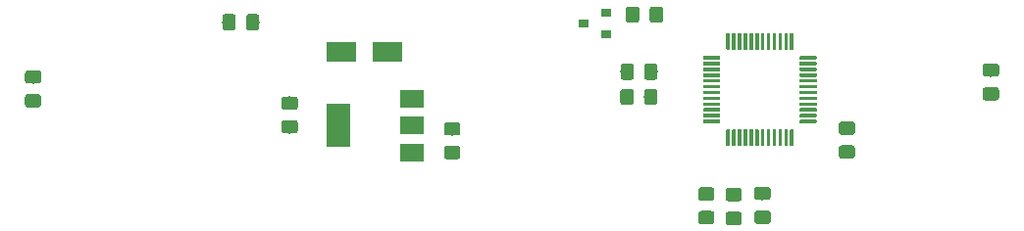
<source format=gbr>
G04 #@! TF.GenerationSoftware,KiCad,Pcbnew,(5.1.2)-2*
G04 #@! TF.CreationDate,2021-01-17T20:53:17+05:30*
G04 #@! TF.ProjectId,VendSensor,56656e64-5365-46e7-936f-722e6b696361,rev?*
G04 #@! TF.SameCoordinates,Original*
G04 #@! TF.FileFunction,Paste,Bot*
G04 #@! TF.FilePolarity,Positive*
%FSLAX46Y46*%
G04 Gerber Fmt 4.6, Leading zero omitted, Abs format (unit mm)*
G04 Created by KiCad (PCBNEW (5.1.2)-2) date 2021-01-17 20:53:17*
%MOMM*%
%LPD*%
G04 APERTURE LIST*
%ADD10R,2.500000X1.800000*%
%ADD11C,0.100000*%
%ADD12C,1.150000*%
%ADD13R,0.900000X0.800000*%
%ADD14C,0.300000*%
%ADD15R,2.000000X1.500000*%
%ADD16R,2.000000X3.800000*%
G04 APERTURE END LIST*
D10*
X97230000Y-39850000D03*
X101230000Y-39850000D03*
D11*
G36*
X129254505Y-51546204D02*
G01*
X129278773Y-51549804D01*
X129302572Y-51555765D01*
X129325671Y-51564030D01*
X129347850Y-51574520D01*
X129368893Y-51587132D01*
X129388599Y-51601747D01*
X129406777Y-51618223D01*
X129423253Y-51636401D01*
X129437868Y-51656107D01*
X129450480Y-51677150D01*
X129460970Y-51699329D01*
X129469235Y-51722428D01*
X129475196Y-51746227D01*
X129478796Y-51770495D01*
X129480000Y-51794999D01*
X129480000Y-52445001D01*
X129478796Y-52469505D01*
X129475196Y-52493773D01*
X129469235Y-52517572D01*
X129460970Y-52540671D01*
X129450480Y-52562850D01*
X129437868Y-52583893D01*
X129423253Y-52603599D01*
X129406777Y-52621777D01*
X129388599Y-52638253D01*
X129368893Y-52652868D01*
X129347850Y-52665480D01*
X129325671Y-52675970D01*
X129302572Y-52684235D01*
X129278773Y-52690196D01*
X129254505Y-52693796D01*
X129230001Y-52695000D01*
X128329999Y-52695000D01*
X128305495Y-52693796D01*
X128281227Y-52690196D01*
X128257428Y-52684235D01*
X128234329Y-52675970D01*
X128212150Y-52665480D01*
X128191107Y-52652868D01*
X128171401Y-52638253D01*
X128153223Y-52621777D01*
X128136747Y-52603599D01*
X128122132Y-52583893D01*
X128109520Y-52562850D01*
X128099030Y-52540671D01*
X128090765Y-52517572D01*
X128084804Y-52493773D01*
X128081204Y-52469505D01*
X128080000Y-52445001D01*
X128080000Y-51794999D01*
X128081204Y-51770495D01*
X128084804Y-51746227D01*
X128090765Y-51722428D01*
X128099030Y-51699329D01*
X128109520Y-51677150D01*
X128122132Y-51656107D01*
X128136747Y-51636401D01*
X128153223Y-51618223D01*
X128171401Y-51601747D01*
X128191107Y-51587132D01*
X128212150Y-51574520D01*
X128234329Y-51564030D01*
X128257428Y-51555765D01*
X128281227Y-51549804D01*
X128305495Y-51546204D01*
X128329999Y-51545000D01*
X129230001Y-51545000D01*
X129254505Y-51546204D01*
X129254505Y-51546204D01*
G37*
D12*
X128780000Y-52120000D03*
D11*
G36*
X129254505Y-53596204D02*
G01*
X129278773Y-53599804D01*
X129302572Y-53605765D01*
X129325671Y-53614030D01*
X129347850Y-53624520D01*
X129368893Y-53637132D01*
X129388599Y-53651747D01*
X129406777Y-53668223D01*
X129423253Y-53686401D01*
X129437868Y-53706107D01*
X129450480Y-53727150D01*
X129460970Y-53749329D01*
X129469235Y-53772428D01*
X129475196Y-53796227D01*
X129478796Y-53820495D01*
X129480000Y-53844999D01*
X129480000Y-54495001D01*
X129478796Y-54519505D01*
X129475196Y-54543773D01*
X129469235Y-54567572D01*
X129460970Y-54590671D01*
X129450480Y-54612850D01*
X129437868Y-54633893D01*
X129423253Y-54653599D01*
X129406777Y-54671777D01*
X129388599Y-54688253D01*
X129368893Y-54702868D01*
X129347850Y-54715480D01*
X129325671Y-54725970D01*
X129302572Y-54734235D01*
X129278773Y-54740196D01*
X129254505Y-54743796D01*
X129230001Y-54745000D01*
X128329999Y-54745000D01*
X128305495Y-54743796D01*
X128281227Y-54740196D01*
X128257428Y-54734235D01*
X128234329Y-54725970D01*
X128212150Y-54715480D01*
X128191107Y-54702868D01*
X128171401Y-54688253D01*
X128153223Y-54671777D01*
X128136747Y-54653599D01*
X128122132Y-54633893D01*
X128109520Y-54612850D01*
X128099030Y-54590671D01*
X128090765Y-54567572D01*
X128084804Y-54543773D01*
X128081204Y-54519505D01*
X128080000Y-54495001D01*
X128080000Y-53844999D01*
X128081204Y-53820495D01*
X128084804Y-53796227D01*
X128090765Y-53772428D01*
X128099030Y-53749329D01*
X128109520Y-53727150D01*
X128122132Y-53706107D01*
X128136747Y-53686401D01*
X128153223Y-53668223D01*
X128171401Y-53651747D01*
X128191107Y-53637132D01*
X128212150Y-53624520D01*
X128234329Y-53614030D01*
X128257428Y-53605765D01*
X128281227Y-53599804D01*
X128305495Y-53596204D01*
X128329999Y-53595000D01*
X129230001Y-53595000D01*
X129254505Y-53596204D01*
X129254505Y-53596204D01*
G37*
D12*
X128780000Y-54170000D03*
D11*
G36*
X71134505Y-43486204D02*
G01*
X71158773Y-43489804D01*
X71182572Y-43495765D01*
X71205671Y-43504030D01*
X71227850Y-43514520D01*
X71248893Y-43527132D01*
X71268599Y-43541747D01*
X71286777Y-43558223D01*
X71303253Y-43576401D01*
X71317868Y-43596107D01*
X71330480Y-43617150D01*
X71340970Y-43639329D01*
X71349235Y-43662428D01*
X71355196Y-43686227D01*
X71358796Y-43710495D01*
X71360000Y-43734999D01*
X71360000Y-44385001D01*
X71358796Y-44409505D01*
X71355196Y-44433773D01*
X71349235Y-44457572D01*
X71340970Y-44480671D01*
X71330480Y-44502850D01*
X71317868Y-44523893D01*
X71303253Y-44543599D01*
X71286777Y-44561777D01*
X71268599Y-44578253D01*
X71248893Y-44592868D01*
X71227850Y-44605480D01*
X71205671Y-44615970D01*
X71182572Y-44624235D01*
X71158773Y-44630196D01*
X71134505Y-44633796D01*
X71110001Y-44635000D01*
X70209999Y-44635000D01*
X70185495Y-44633796D01*
X70161227Y-44630196D01*
X70137428Y-44624235D01*
X70114329Y-44615970D01*
X70092150Y-44605480D01*
X70071107Y-44592868D01*
X70051401Y-44578253D01*
X70033223Y-44561777D01*
X70016747Y-44543599D01*
X70002132Y-44523893D01*
X69989520Y-44502850D01*
X69979030Y-44480671D01*
X69970765Y-44457572D01*
X69964804Y-44433773D01*
X69961204Y-44409505D01*
X69960000Y-44385001D01*
X69960000Y-43734999D01*
X69961204Y-43710495D01*
X69964804Y-43686227D01*
X69970765Y-43662428D01*
X69979030Y-43639329D01*
X69989520Y-43617150D01*
X70002132Y-43596107D01*
X70016747Y-43576401D01*
X70033223Y-43558223D01*
X70051401Y-43541747D01*
X70071107Y-43527132D01*
X70092150Y-43514520D01*
X70114329Y-43504030D01*
X70137428Y-43495765D01*
X70161227Y-43489804D01*
X70185495Y-43486204D01*
X70209999Y-43485000D01*
X71110001Y-43485000D01*
X71134505Y-43486204D01*
X71134505Y-43486204D01*
G37*
D12*
X70660000Y-44060000D03*
D11*
G36*
X71134505Y-41436204D02*
G01*
X71158773Y-41439804D01*
X71182572Y-41445765D01*
X71205671Y-41454030D01*
X71227850Y-41464520D01*
X71248893Y-41477132D01*
X71268599Y-41491747D01*
X71286777Y-41508223D01*
X71303253Y-41526401D01*
X71317868Y-41546107D01*
X71330480Y-41567150D01*
X71340970Y-41589329D01*
X71349235Y-41612428D01*
X71355196Y-41636227D01*
X71358796Y-41660495D01*
X71360000Y-41684999D01*
X71360000Y-42335001D01*
X71358796Y-42359505D01*
X71355196Y-42383773D01*
X71349235Y-42407572D01*
X71340970Y-42430671D01*
X71330480Y-42452850D01*
X71317868Y-42473893D01*
X71303253Y-42493599D01*
X71286777Y-42511777D01*
X71268599Y-42528253D01*
X71248893Y-42542868D01*
X71227850Y-42555480D01*
X71205671Y-42565970D01*
X71182572Y-42574235D01*
X71158773Y-42580196D01*
X71134505Y-42583796D01*
X71110001Y-42585000D01*
X70209999Y-42585000D01*
X70185495Y-42583796D01*
X70161227Y-42580196D01*
X70137428Y-42574235D01*
X70114329Y-42565970D01*
X70092150Y-42555480D01*
X70071107Y-42542868D01*
X70051401Y-42528253D01*
X70033223Y-42511777D01*
X70016747Y-42493599D01*
X70002132Y-42473893D01*
X69989520Y-42452850D01*
X69979030Y-42430671D01*
X69970765Y-42407572D01*
X69964804Y-42383773D01*
X69961204Y-42359505D01*
X69960000Y-42335001D01*
X69960000Y-41684999D01*
X69961204Y-41660495D01*
X69964804Y-41636227D01*
X69970765Y-41612428D01*
X69979030Y-41589329D01*
X69989520Y-41567150D01*
X70002132Y-41546107D01*
X70016747Y-41526401D01*
X70033223Y-41508223D01*
X70051401Y-41491747D01*
X70071107Y-41477132D01*
X70092150Y-41464520D01*
X70114329Y-41454030D01*
X70137428Y-41445765D01*
X70161227Y-41439804D01*
X70185495Y-41436204D01*
X70209999Y-41435000D01*
X71110001Y-41435000D01*
X71134505Y-41436204D01*
X71134505Y-41436204D01*
G37*
D12*
X70660000Y-42010000D03*
D11*
G36*
X89969505Y-36561204D02*
G01*
X89993773Y-36564804D01*
X90017572Y-36570765D01*
X90040671Y-36579030D01*
X90062850Y-36589520D01*
X90083893Y-36602132D01*
X90103599Y-36616747D01*
X90121777Y-36633223D01*
X90138253Y-36651401D01*
X90152868Y-36671107D01*
X90165480Y-36692150D01*
X90175970Y-36714329D01*
X90184235Y-36737428D01*
X90190196Y-36761227D01*
X90193796Y-36785495D01*
X90195000Y-36809999D01*
X90195000Y-37710001D01*
X90193796Y-37734505D01*
X90190196Y-37758773D01*
X90184235Y-37782572D01*
X90175970Y-37805671D01*
X90165480Y-37827850D01*
X90152868Y-37848893D01*
X90138253Y-37868599D01*
X90121777Y-37886777D01*
X90103599Y-37903253D01*
X90083893Y-37917868D01*
X90062850Y-37930480D01*
X90040671Y-37940970D01*
X90017572Y-37949235D01*
X89993773Y-37955196D01*
X89969505Y-37958796D01*
X89945001Y-37960000D01*
X89294999Y-37960000D01*
X89270495Y-37958796D01*
X89246227Y-37955196D01*
X89222428Y-37949235D01*
X89199329Y-37940970D01*
X89177150Y-37930480D01*
X89156107Y-37917868D01*
X89136401Y-37903253D01*
X89118223Y-37886777D01*
X89101747Y-37868599D01*
X89087132Y-37848893D01*
X89074520Y-37827850D01*
X89064030Y-37805671D01*
X89055765Y-37782572D01*
X89049804Y-37758773D01*
X89046204Y-37734505D01*
X89045000Y-37710001D01*
X89045000Y-36809999D01*
X89046204Y-36785495D01*
X89049804Y-36761227D01*
X89055765Y-36737428D01*
X89064030Y-36714329D01*
X89074520Y-36692150D01*
X89087132Y-36671107D01*
X89101747Y-36651401D01*
X89118223Y-36633223D01*
X89136401Y-36616747D01*
X89156107Y-36602132D01*
X89177150Y-36589520D01*
X89199329Y-36579030D01*
X89222428Y-36570765D01*
X89246227Y-36564804D01*
X89270495Y-36561204D01*
X89294999Y-36560000D01*
X89945001Y-36560000D01*
X89969505Y-36561204D01*
X89969505Y-36561204D01*
G37*
D12*
X89620000Y-37260000D03*
D11*
G36*
X87919505Y-36561204D02*
G01*
X87943773Y-36564804D01*
X87967572Y-36570765D01*
X87990671Y-36579030D01*
X88012850Y-36589520D01*
X88033893Y-36602132D01*
X88053599Y-36616747D01*
X88071777Y-36633223D01*
X88088253Y-36651401D01*
X88102868Y-36671107D01*
X88115480Y-36692150D01*
X88125970Y-36714329D01*
X88134235Y-36737428D01*
X88140196Y-36761227D01*
X88143796Y-36785495D01*
X88145000Y-36809999D01*
X88145000Y-37710001D01*
X88143796Y-37734505D01*
X88140196Y-37758773D01*
X88134235Y-37782572D01*
X88125970Y-37805671D01*
X88115480Y-37827850D01*
X88102868Y-37848893D01*
X88088253Y-37868599D01*
X88071777Y-37886777D01*
X88053599Y-37903253D01*
X88033893Y-37917868D01*
X88012850Y-37930480D01*
X87990671Y-37940970D01*
X87967572Y-37949235D01*
X87943773Y-37955196D01*
X87919505Y-37958796D01*
X87895001Y-37960000D01*
X87244999Y-37960000D01*
X87220495Y-37958796D01*
X87196227Y-37955196D01*
X87172428Y-37949235D01*
X87149329Y-37940970D01*
X87127150Y-37930480D01*
X87106107Y-37917868D01*
X87086401Y-37903253D01*
X87068223Y-37886777D01*
X87051747Y-37868599D01*
X87037132Y-37848893D01*
X87024520Y-37827850D01*
X87014030Y-37805671D01*
X87005765Y-37782572D01*
X86999804Y-37758773D01*
X86996204Y-37734505D01*
X86995000Y-37710001D01*
X86995000Y-36809999D01*
X86996204Y-36785495D01*
X86999804Y-36761227D01*
X87005765Y-36737428D01*
X87014030Y-36714329D01*
X87024520Y-36692150D01*
X87037132Y-36671107D01*
X87051747Y-36651401D01*
X87068223Y-36633223D01*
X87086401Y-36616747D01*
X87106107Y-36602132D01*
X87127150Y-36589520D01*
X87149329Y-36579030D01*
X87172428Y-36570765D01*
X87196227Y-36564804D01*
X87220495Y-36561204D01*
X87244999Y-36560000D01*
X87895001Y-36560000D01*
X87919505Y-36561204D01*
X87919505Y-36561204D01*
G37*
D12*
X87570000Y-37260000D03*
D11*
G36*
X131614505Y-51606204D02*
G01*
X131638773Y-51609804D01*
X131662572Y-51615765D01*
X131685671Y-51624030D01*
X131707850Y-51634520D01*
X131728893Y-51647132D01*
X131748599Y-51661747D01*
X131766777Y-51678223D01*
X131783253Y-51696401D01*
X131797868Y-51716107D01*
X131810480Y-51737150D01*
X131820970Y-51759329D01*
X131829235Y-51782428D01*
X131835196Y-51806227D01*
X131838796Y-51830495D01*
X131840000Y-51854999D01*
X131840000Y-52505001D01*
X131838796Y-52529505D01*
X131835196Y-52553773D01*
X131829235Y-52577572D01*
X131820970Y-52600671D01*
X131810480Y-52622850D01*
X131797868Y-52643893D01*
X131783253Y-52663599D01*
X131766777Y-52681777D01*
X131748599Y-52698253D01*
X131728893Y-52712868D01*
X131707850Y-52725480D01*
X131685671Y-52735970D01*
X131662572Y-52744235D01*
X131638773Y-52750196D01*
X131614505Y-52753796D01*
X131590001Y-52755000D01*
X130689999Y-52755000D01*
X130665495Y-52753796D01*
X130641227Y-52750196D01*
X130617428Y-52744235D01*
X130594329Y-52735970D01*
X130572150Y-52725480D01*
X130551107Y-52712868D01*
X130531401Y-52698253D01*
X130513223Y-52681777D01*
X130496747Y-52663599D01*
X130482132Y-52643893D01*
X130469520Y-52622850D01*
X130459030Y-52600671D01*
X130450765Y-52577572D01*
X130444804Y-52553773D01*
X130441204Y-52529505D01*
X130440000Y-52505001D01*
X130440000Y-51854999D01*
X130441204Y-51830495D01*
X130444804Y-51806227D01*
X130450765Y-51782428D01*
X130459030Y-51759329D01*
X130469520Y-51737150D01*
X130482132Y-51716107D01*
X130496747Y-51696401D01*
X130513223Y-51678223D01*
X130531401Y-51661747D01*
X130551107Y-51647132D01*
X130572150Y-51634520D01*
X130594329Y-51624030D01*
X130617428Y-51615765D01*
X130641227Y-51609804D01*
X130665495Y-51606204D01*
X130689999Y-51605000D01*
X131590001Y-51605000D01*
X131614505Y-51606204D01*
X131614505Y-51606204D01*
G37*
D12*
X131140000Y-52180000D03*
D11*
G36*
X131614505Y-53656204D02*
G01*
X131638773Y-53659804D01*
X131662572Y-53665765D01*
X131685671Y-53674030D01*
X131707850Y-53684520D01*
X131728893Y-53697132D01*
X131748599Y-53711747D01*
X131766777Y-53728223D01*
X131783253Y-53746401D01*
X131797868Y-53766107D01*
X131810480Y-53787150D01*
X131820970Y-53809329D01*
X131829235Y-53832428D01*
X131835196Y-53856227D01*
X131838796Y-53880495D01*
X131840000Y-53904999D01*
X131840000Y-54555001D01*
X131838796Y-54579505D01*
X131835196Y-54603773D01*
X131829235Y-54627572D01*
X131820970Y-54650671D01*
X131810480Y-54672850D01*
X131797868Y-54693893D01*
X131783253Y-54713599D01*
X131766777Y-54731777D01*
X131748599Y-54748253D01*
X131728893Y-54762868D01*
X131707850Y-54775480D01*
X131685671Y-54785970D01*
X131662572Y-54794235D01*
X131638773Y-54800196D01*
X131614505Y-54803796D01*
X131590001Y-54805000D01*
X130689999Y-54805000D01*
X130665495Y-54803796D01*
X130641227Y-54800196D01*
X130617428Y-54794235D01*
X130594329Y-54785970D01*
X130572150Y-54775480D01*
X130551107Y-54762868D01*
X130531401Y-54748253D01*
X130513223Y-54731777D01*
X130496747Y-54713599D01*
X130482132Y-54693893D01*
X130469520Y-54672850D01*
X130459030Y-54650671D01*
X130450765Y-54627572D01*
X130444804Y-54603773D01*
X130441204Y-54579505D01*
X130440000Y-54555001D01*
X130440000Y-53904999D01*
X130441204Y-53880495D01*
X130444804Y-53856227D01*
X130450765Y-53832428D01*
X130459030Y-53809329D01*
X130469520Y-53787150D01*
X130482132Y-53766107D01*
X130496747Y-53746401D01*
X130513223Y-53728223D01*
X130531401Y-53711747D01*
X130551107Y-53697132D01*
X130572150Y-53684520D01*
X130594329Y-53674030D01*
X130617428Y-53665765D01*
X130641227Y-53659804D01*
X130665495Y-53656204D01*
X130689999Y-53655000D01*
X131590001Y-53655000D01*
X131614505Y-53656204D01*
X131614505Y-53656204D01*
G37*
D12*
X131140000Y-54230000D03*
D11*
G36*
X122759505Y-35901204D02*
G01*
X122783773Y-35904804D01*
X122807572Y-35910765D01*
X122830671Y-35919030D01*
X122852850Y-35929520D01*
X122873893Y-35942132D01*
X122893599Y-35956747D01*
X122911777Y-35973223D01*
X122928253Y-35991401D01*
X122942868Y-36011107D01*
X122955480Y-36032150D01*
X122965970Y-36054329D01*
X122974235Y-36077428D01*
X122980196Y-36101227D01*
X122983796Y-36125495D01*
X122985000Y-36149999D01*
X122985000Y-37050001D01*
X122983796Y-37074505D01*
X122980196Y-37098773D01*
X122974235Y-37122572D01*
X122965970Y-37145671D01*
X122955480Y-37167850D01*
X122942868Y-37188893D01*
X122928253Y-37208599D01*
X122911777Y-37226777D01*
X122893599Y-37243253D01*
X122873893Y-37257868D01*
X122852850Y-37270480D01*
X122830671Y-37280970D01*
X122807572Y-37289235D01*
X122783773Y-37295196D01*
X122759505Y-37298796D01*
X122735001Y-37300000D01*
X122084999Y-37300000D01*
X122060495Y-37298796D01*
X122036227Y-37295196D01*
X122012428Y-37289235D01*
X121989329Y-37280970D01*
X121967150Y-37270480D01*
X121946107Y-37257868D01*
X121926401Y-37243253D01*
X121908223Y-37226777D01*
X121891747Y-37208599D01*
X121877132Y-37188893D01*
X121864520Y-37167850D01*
X121854030Y-37145671D01*
X121845765Y-37122572D01*
X121839804Y-37098773D01*
X121836204Y-37074505D01*
X121835000Y-37050001D01*
X121835000Y-36149999D01*
X121836204Y-36125495D01*
X121839804Y-36101227D01*
X121845765Y-36077428D01*
X121854030Y-36054329D01*
X121864520Y-36032150D01*
X121877132Y-36011107D01*
X121891747Y-35991401D01*
X121908223Y-35973223D01*
X121926401Y-35956747D01*
X121946107Y-35942132D01*
X121967150Y-35929520D01*
X121989329Y-35919030D01*
X122012428Y-35910765D01*
X122036227Y-35904804D01*
X122060495Y-35901204D01*
X122084999Y-35900000D01*
X122735001Y-35900000D01*
X122759505Y-35901204D01*
X122759505Y-35901204D01*
G37*
D12*
X122410000Y-36600000D03*
D11*
G36*
X124809505Y-35901204D02*
G01*
X124833773Y-35904804D01*
X124857572Y-35910765D01*
X124880671Y-35919030D01*
X124902850Y-35929520D01*
X124923893Y-35942132D01*
X124943599Y-35956747D01*
X124961777Y-35973223D01*
X124978253Y-35991401D01*
X124992868Y-36011107D01*
X125005480Y-36032150D01*
X125015970Y-36054329D01*
X125024235Y-36077428D01*
X125030196Y-36101227D01*
X125033796Y-36125495D01*
X125035000Y-36149999D01*
X125035000Y-37050001D01*
X125033796Y-37074505D01*
X125030196Y-37098773D01*
X125024235Y-37122572D01*
X125015970Y-37145671D01*
X125005480Y-37167850D01*
X124992868Y-37188893D01*
X124978253Y-37208599D01*
X124961777Y-37226777D01*
X124943599Y-37243253D01*
X124923893Y-37257868D01*
X124902850Y-37270480D01*
X124880671Y-37280970D01*
X124857572Y-37289235D01*
X124833773Y-37295196D01*
X124809505Y-37298796D01*
X124785001Y-37300000D01*
X124134999Y-37300000D01*
X124110495Y-37298796D01*
X124086227Y-37295196D01*
X124062428Y-37289235D01*
X124039329Y-37280970D01*
X124017150Y-37270480D01*
X123996107Y-37257868D01*
X123976401Y-37243253D01*
X123958223Y-37226777D01*
X123941747Y-37208599D01*
X123927132Y-37188893D01*
X123914520Y-37167850D01*
X123904030Y-37145671D01*
X123895765Y-37122572D01*
X123889804Y-37098773D01*
X123886204Y-37074505D01*
X123885000Y-37050001D01*
X123885000Y-36149999D01*
X123886204Y-36125495D01*
X123889804Y-36101227D01*
X123895765Y-36077428D01*
X123904030Y-36054329D01*
X123914520Y-36032150D01*
X123927132Y-36011107D01*
X123941747Y-35991401D01*
X123958223Y-35973223D01*
X123976401Y-35956747D01*
X123996107Y-35942132D01*
X124017150Y-35929520D01*
X124039329Y-35919030D01*
X124062428Y-35910765D01*
X124086227Y-35904804D01*
X124110495Y-35901204D01*
X124134999Y-35900000D01*
X124785001Y-35900000D01*
X124809505Y-35901204D01*
X124809505Y-35901204D01*
G37*
D12*
X124460000Y-36600000D03*
D13*
X118170000Y-37400000D03*
X120170000Y-38350000D03*
X120170000Y-36450000D03*
D11*
G36*
X122274505Y-43031204D02*
G01*
X122298773Y-43034804D01*
X122322572Y-43040765D01*
X122345671Y-43049030D01*
X122367850Y-43059520D01*
X122388893Y-43072132D01*
X122408599Y-43086747D01*
X122426777Y-43103223D01*
X122443253Y-43121401D01*
X122457868Y-43141107D01*
X122470480Y-43162150D01*
X122480970Y-43184329D01*
X122489235Y-43207428D01*
X122495196Y-43231227D01*
X122498796Y-43255495D01*
X122500000Y-43279999D01*
X122500000Y-44180001D01*
X122498796Y-44204505D01*
X122495196Y-44228773D01*
X122489235Y-44252572D01*
X122480970Y-44275671D01*
X122470480Y-44297850D01*
X122457868Y-44318893D01*
X122443253Y-44338599D01*
X122426777Y-44356777D01*
X122408599Y-44373253D01*
X122388893Y-44387868D01*
X122367850Y-44400480D01*
X122345671Y-44410970D01*
X122322572Y-44419235D01*
X122298773Y-44425196D01*
X122274505Y-44428796D01*
X122250001Y-44430000D01*
X121599999Y-44430000D01*
X121575495Y-44428796D01*
X121551227Y-44425196D01*
X121527428Y-44419235D01*
X121504329Y-44410970D01*
X121482150Y-44400480D01*
X121461107Y-44387868D01*
X121441401Y-44373253D01*
X121423223Y-44356777D01*
X121406747Y-44338599D01*
X121392132Y-44318893D01*
X121379520Y-44297850D01*
X121369030Y-44275671D01*
X121360765Y-44252572D01*
X121354804Y-44228773D01*
X121351204Y-44204505D01*
X121350000Y-44180001D01*
X121350000Y-43279999D01*
X121351204Y-43255495D01*
X121354804Y-43231227D01*
X121360765Y-43207428D01*
X121369030Y-43184329D01*
X121379520Y-43162150D01*
X121392132Y-43141107D01*
X121406747Y-43121401D01*
X121423223Y-43103223D01*
X121441401Y-43086747D01*
X121461107Y-43072132D01*
X121482150Y-43059520D01*
X121504329Y-43049030D01*
X121527428Y-43040765D01*
X121551227Y-43034804D01*
X121575495Y-43031204D01*
X121599999Y-43030000D01*
X122250001Y-43030000D01*
X122274505Y-43031204D01*
X122274505Y-43031204D01*
G37*
D12*
X121925000Y-43730000D03*
D11*
G36*
X124324505Y-43031204D02*
G01*
X124348773Y-43034804D01*
X124372572Y-43040765D01*
X124395671Y-43049030D01*
X124417850Y-43059520D01*
X124438893Y-43072132D01*
X124458599Y-43086747D01*
X124476777Y-43103223D01*
X124493253Y-43121401D01*
X124507868Y-43141107D01*
X124520480Y-43162150D01*
X124530970Y-43184329D01*
X124539235Y-43207428D01*
X124545196Y-43231227D01*
X124548796Y-43255495D01*
X124550000Y-43279999D01*
X124550000Y-44180001D01*
X124548796Y-44204505D01*
X124545196Y-44228773D01*
X124539235Y-44252572D01*
X124530970Y-44275671D01*
X124520480Y-44297850D01*
X124507868Y-44318893D01*
X124493253Y-44338599D01*
X124476777Y-44356777D01*
X124458599Y-44373253D01*
X124438893Y-44387868D01*
X124417850Y-44400480D01*
X124395671Y-44410970D01*
X124372572Y-44419235D01*
X124348773Y-44425196D01*
X124324505Y-44428796D01*
X124300001Y-44430000D01*
X123649999Y-44430000D01*
X123625495Y-44428796D01*
X123601227Y-44425196D01*
X123577428Y-44419235D01*
X123554329Y-44410970D01*
X123532150Y-44400480D01*
X123511107Y-44387868D01*
X123491401Y-44373253D01*
X123473223Y-44356777D01*
X123456747Y-44338599D01*
X123442132Y-44318893D01*
X123429520Y-44297850D01*
X123419030Y-44275671D01*
X123410765Y-44252572D01*
X123404804Y-44228773D01*
X123401204Y-44204505D01*
X123400000Y-44180001D01*
X123400000Y-43279999D01*
X123401204Y-43255495D01*
X123404804Y-43231227D01*
X123410765Y-43207428D01*
X123419030Y-43184329D01*
X123429520Y-43162150D01*
X123442132Y-43141107D01*
X123456747Y-43121401D01*
X123473223Y-43103223D01*
X123491401Y-43086747D01*
X123511107Y-43072132D01*
X123532150Y-43059520D01*
X123554329Y-43049030D01*
X123577428Y-43040765D01*
X123601227Y-43034804D01*
X123625495Y-43031204D01*
X123649999Y-43030000D01*
X124300001Y-43030000D01*
X124324505Y-43031204D01*
X124324505Y-43031204D01*
G37*
D12*
X123975000Y-43730000D03*
D11*
G36*
X138232351Y-45700361D02*
G01*
X138239632Y-45701441D01*
X138246771Y-45703229D01*
X138253701Y-45705709D01*
X138260355Y-45708856D01*
X138266668Y-45712640D01*
X138272579Y-45717024D01*
X138278033Y-45721967D01*
X138282976Y-45727421D01*
X138287360Y-45733332D01*
X138291144Y-45739645D01*
X138294291Y-45746299D01*
X138296771Y-45753229D01*
X138298559Y-45760368D01*
X138299639Y-45767649D01*
X138300000Y-45775000D01*
X138300000Y-45925000D01*
X138299639Y-45932351D01*
X138298559Y-45939632D01*
X138296771Y-45946771D01*
X138294291Y-45953701D01*
X138291144Y-45960355D01*
X138287360Y-45966668D01*
X138282976Y-45972579D01*
X138278033Y-45978033D01*
X138272579Y-45982976D01*
X138266668Y-45987360D01*
X138260355Y-45991144D01*
X138253701Y-45994291D01*
X138246771Y-45996771D01*
X138239632Y-45998559D01*
X138232351Y-45999639D01*
X138225000Y-46000000D01*
X136900000Y-46000000D01*
X136892649Y-45999639D01*
X136885368Y-45998559D01*
X136878229Y-45996771D01*
X136871299Y-45994291D01*
X136864645Y-45991144D01*
X136858332Y-45987360D01*
X136852421Y-45982976D01*
X136846967Y-45978033D01*
X136842024Y-45972579D01*
X136837640Y-45966668D01*
X136833856Y-45960355D01*
X136830709Y-45953701D01*
X136828229Y-45946771D01*
X136826441Y-45939632D01*
X136825361Y-45932351D01*
X136825000Y-45925000D01*
X136825000Y-45775000D01*
X136825361Y-45767649D01*
X136826441Y-45760368D01*
X136828229Y-45753229D01*
X136830709Y-45746299D01*
X136833856Y-45739645D01*
X136837640Y-45733332D01*
X136842024Y-45727421D01*
X136846967Y-45721967D01*
X136852421Y-45717024D01*
X136858332Y-45712640D01*
X136864645Y-45708856D01*
X136871299Y-45705709D01*
X136878229Y-45703229D01*
X136885368Y-45701441D01*
X136892649Y-45700361D01*
X136900000Y-45700000D01*
X138225000Y-45700000D01*
X138232351Y-45700361D01*
X138232351Y-45700361D01*
G37*
D14*
X137562500Y-45850000D03*
D11*
G36*
X138232351Y-45200361D02*
G01*
X138239632Y-45201441D01*
X138246771Y-45203229D01*
X138253701Y-45205709D01*
X138260355Y-45208856D01*
X138266668Y-45212640D01*
X138272579Y-45217024D01*
X138278033Y-45221967D01*
X138282976Y-45227421D01*
X138287360Y-45233332D01*
X138291144Y-45239645D01*
X138294291Y-45246299D01*
X138296771Y-45253229D01*
X138298559Y-45260368D01*
X138299639Y-45267649D01*
X138300000Y-45275000D01*
X138300000Y-45425000D01*
X138299639Y-45432351D01*
X138298559Y-45439632D01*
X138296771Y-45446771D01*
X138294291Y-45453701D01*
X138291144Y-45460355D01*
X138287360Y-45466668D01*
X138282976Y-45472579D01*
X138278033Y-45478033D01*
X138272579Y-45482976D01*
X138266668Y-45487360D01*
X138260355Y-45491144D01*
X138253701Y-45494291D01*
X138246771Y-45496771D01*
X138239632Y-45498559D01*
X138232351Y-45499639D01*
X138225000Y-45500000D01*
X136900000Y-45500000D01*
X136892649Y-45499639D01*
X136885368Y-45498559D01*
X136878229Y-45496771D01*
X136871299Y-45494291D01*
X136864645Y-45491144D01*
X136858332Y-45487360D01*
X136852421Y-45482976D01*
X136846967Y-45478033D01*
X136842024Y-45472579D01*
X136837640Y-45466668D01*
X136833856Y-45460355D01*
X136830709Y-45453701D01*
X136828229Y-45446771D01*
X136826441Y-45439632D01*
X136825361Y-45432351D01*
X136825000Y-45425000D01*
X136825000Y-45275000D01*
X136825361Y-45267649D01*
X136826441Y-45260368D01*
X136828229Y-45253229D01*
X136830709Y-45246299D01*
X136833856Y-45239645D01*
X136837640Y-45233332D01*
X136842024Y-45227421D01*
X136846967Y-45221967D01*
X136852421Y-45217024D01*
X136858332Y-45212640D01*
X136864645Y-45208856D01*
X136871299Y-45205709D01*
X136878229Y-45203229D01*
X136885368Y-45201441D01*
X136892649Y-45200361D01*
X136900000Y-45200000D01*
X138225000Y-45200000D01*
X138232351Y-45200361D01*
X138232351Y-45200361D01*
G37*
D14*
X137562500Y-45350000D03*
D11*
G36*
X138232351Y-44700361D02*
G01*
X138239632Y-44701441D01*
X138246771Y-44703229D01*
X138253701Y-44705709D01*
X138260355Y-44708856D01*
X138266668Y-44712640D01*
X138272579Y-44717024D01*
X138278033Y-44721967D01*
X138282976Y-44727421D01*
X138287360Y-44733332D01*
X138291144Y-44739645D01*
X138294291Y-44746299D01*
X138296771Y-44753229D01*
X138298559Y-44760368D01*
X138299639Y-44767649D01*
X138300000Y-44775000D01*
X138300000Y-44925000D01*
X138299639Y-44932351D01*
X138298559Y-44939632D01*
X138296771Y-44946771D01*
X138294291Y-44953701D01*
X138291144Y-44960355D01*
X138287360Y-44966668D01*
X138282976Y-44972579D01*
X138278033Y-44978033D01*
X138272579Y-44982976D01*
X138266668Y-44987360D01*
X138260355Y-44991144D01*
X138253701Y-44994291D01*
X138246771Y-44996771D01*
X138239632Y-44998559D01*
X138232351Y-44999639D01*
X138225000Y-45000000D01*
X136900000Y-45000000D01*
X136892649Y-44999639D01*
X136885368Y-44998559D01*
X136878229Y-44996771D01*
X136871299Y-44994291D01*
X136864645Y-44991144D01*
X136858332Y-44987360D01*
X136852421Y-44982976D01*
X136846967Y-44978033D01*
X136842024Y-44972579D01*
X136837640Y-44966668D01*
X136833856Y-44960355D01*
X136830709Y-44953701D01*
X136828229Y-44946771D01*
X136826441Y-44939632D01*
X136825361Y-44932351D01*
X136825000Y-44925000D01*
X136825000Y-44775000D01*
X136825361Y-44767649D01*
X136826441Y-44760368D01*
X136828229Y-44753229D01*
X136830709Y-44746299D01*
X136833856Y-44739645D01*
X136837640Y-44733332D01*
X136842024Y-44727421D01*
X136846967Y-44721967D01*
X136852421Y-44717024D01*
X136858332Y-44712640D01*
X136864645Y-44708856D01*
X136871299Y-44705709D01*
X136878229Y-44703229D01*
X136885368Y-44701441D01*
X136892649Y-44700361D01*
X136900000Y-44700000D01*
X138225000Y-44700000D01*
X138232351Y-44700361D01*
X138232351Y-44700361D01*
G37*
D14*
X137562500Y-44850000D03*
D11*
G36*
X138232351Y-44200361D02*
G01*
X138239632Y-44201441D01*
X138246771Y-44203229D01*
X138253701Y-44205709D01*
X138260355Y-44208856D01*
X138266668Y-44212640D01*
X138272579Y-44217024D01*
X138278033Y-44221967D01*
X138282976Y-44227421D01*
X138287360Y-44233332D01*
X138291144Y-44239645D01*
X138294291Y-44246299D01*
X138296771Y-44253229D01*
X138298559Y-44260368D01*
X138299639Y-44267649D01*
X138300000Y-44275000D01*
X138300000Y-44425000D01*
X138299639Y-44432351D01*
X138298559Y-44439632D01*
X138296771Y-44446771D01*
X138294291Y-44453701D01*
X138291144Y-44460355D01*
X138287360Y-44466668D01*
X138282976Y-44472579D01*
X138278033Y-44478033D01*
X138272579Y-44482976D01*
X138266668Y-44487360D01*
X138260355Y-44491144D01*
X138253701Y-44494291D01*
X138246771Y-44496771D01*
X138239632Y-44498559D01*
X138232351Y-44499639D01*
X138225000Y-44500000D01*
X136900000Y-44500000D01*
X136892649Y-44499639D01*
X136885368Y-44498559D01*
X136878229Y-44496771D01*
X136871299Y-44494291D01*
X136864645Y-44491144D01*
X136858332Y-44487360D01*
X136852421Y-44482976D01*
X136846967Y-44478033D01*
X136842024Y-44472579D01*
X136837640Y-44466668D01*
X136833856Y-44460355D01*
X136830709Y-44453701D01*
X136828229Y-44446771D01*
X136826441Y-44439632D01*
X136825361Y-44432351D01*
X136825000Y-44425000D01*
X136825000Y-44275000D01*
X136825361Y-44267649D01*
X136826441Y-44260368D01*
X136828229Y-44253229D01*
X136830709Y-44246299D01*
X136833856Y-44239645D01*
X136837640Y-44233332D01*
X136842024Y-44227421D01*
X136846967Y-44221967D01*
X136852421Y-44217024D01*
X136858332Y-44212640D01*
X136864645Y-44208856D01*
X136871299Y-44205709D01*
X136878229Y-44203229D01*
X136885368Y-44201441D01*
X136892649Y-44200361D01*
X136900000Y-44200000D01*
X138225000Y-44200000D01*
X138232351Y-44200361D01*
X138232351Y-44200361D01*
G37*
D14*
X137562500Y-44350000D03*
D11*
G36*
X138232351Y-43700361D02*
G01*
X138239632Y-43701441D01*
X138246771Y-43703229D01*
X138253701Y-43705709D01*
X138260355Y-43708856D01*
X138266668Y-43712640D01*
X138272579Y-43717024D01*
X138278033Y-43721967D01*
X138282976Y-43727421D01*
X138287360Y-43733332D01*
X138291144Y-43739645D01*
X138294291Y-43746299D01*
X138296771Y-43753229D01*
X138298559Y-43760368D01*
X138299639Y-43767649D01*
X138300000Y-43775000D01*
X138300000Y-43925000D01*
X138299639Y-43932351D01*
X138298559Y-43939632D01*
X138296771Y-43946771D01*
X138294291Y-43953701D01*
X138291144Y-43960355D01*
X138287360Y-43966668D01*
X138282976Y-43972579D01*
X138278033Y-43978033D01*
X138272579Y-43982976D01*
X138266668Y-43987360D01*
X138260355Y-43991144D01*
X138253701Y-43994291D01*
X138246771Y-43996771D01*
X138239632Y-43998559D01*
X138232351Y-43999639D01*
X138225000Y-44000000D01*
X136900000Y-44000000D01*
X136892649Y-43999639D01*
X136885368Y-43998559D01*
X136878229Y-43996771D01*
X136871299Y-43994291D01*
X136864645Y-43991144D01*
X136858332Y-43987360D01*
X136852421Y-43982976D01*
X136846967Y-43978033D01*
X136842024Y-43972579D01*
X136837640Y-43966668D01*
X136833856Y-43960355D01*
X136830709Y-43953701D01*
X136828229Y-43946771D01*
X136826441Y-43939632D01*
X136825361Y-43932351D01*
X136825000Y-43925000D01*
X136825000Y-43775000D01*
X136825361Y-43767649D01*
X136826441Y-43760368D01*
X136828229Y-43753229D01*
X136830709Y-43746299D01*
X136833856Y-43739645D01*
X136837640Y-43733332D01*
X136842024Y-43727421D01*
X136846967Y-43721967D01*
X136852421Y-43717024D01*
X136858332Y-43712640D01*
X136864645Y-43708856D01*
X136871299Y-43705709D01*
X136878229Y-43703229D01*
X136885368Y-43701441D01*
X136892649Y-43700361D01*
X136900000Y-43700000D01*
X138225000Y-43700000D01*
X138232351Y-43700361D01*
X138232351Y-43700361D01*
G37*
D14*
X137562500Y-43850000D03*
D11*
G36*
X138232351Y-43200361D02*
G01*
X138239632Y-43201441D01*
X138246771Y-43203229D01*
X138253701Y-43205709D01*
X138260355Y-43208856D01*
X138266668Y-43212640D01*
X138272579Y-43217024D01*
X138278033Y-43221967D01*
X138282976Y-43227421D01*
X138287360Y-43233332D01*
X138291144Y-43239645D01*
X138294291Y-43246299D01*
X138296771Y-43253229D01*
X138298559Y-43260368D01*
X138299639Y-43267649D01*
X138300000Y-43275000D01*
X138300000Y-43425000D01*
X138299639Y-43432351D01*
X138298559Y-43439632D01*
X138296771Y-43446771D01*
X138294291Y-43453701D01*
X138291144Y-43460355D01*
X138287360Y-43466668D01*
X138282976Y-43472579D01*
X138278033Y-43478033D01*
X138272579Y-43482976D01*
X138266668Y-43487360D01*
X138260355Y-43491144D01*
X138253701Y-43494291D01*
X138246771Y-43496771D01*
X138239632Y-43498559D01*
X138232351Y-43499639D01*
X138225000Y-43500000D01*
X136900000Y-43500000D01*
X136892649Y-43499639D01*
X136885368Y-43498559D01*
X136878229Y-43496771D01*
X136871299Y-43494291D01*
X136864645Y-43491144D01*
X136858332Y-43487360D01*
X136852421Y-43482976D01*
X136846967Y-43478033D01*
X136842024Y-43472579D01*
X136837640Y-43466668D01*
X136833856Y-43460355D01*
X136830709Y-43453701D01*
X136828229Y-43446771D01*
X136826441Y-43439632D01*
X136825361Y-43432351D01*
X136825000Y-43425000D01*
X136825000Y-43275000D01*
X136825361Y-43267649D01*
X136826441Y-43260368D01*
X136828229Y-43253229D01*
X136830709Y-43246299D01*
X136833856Y-43239645D01*
X136837640Y-43233332D01*
X136842024Y-43227421D01*
X136846967Y-43221967D01*
X136852421Y-43217024D01*
X136858332Y-43212640D01*
X136864645Y-43208856D01*
X136871299Y-43205709D01*
X136878229Y-43203229D01*
X136885368Y-43201441D01*
X136892649Y-43200361D01*
X136900000Y-43200000D01*
X138225000Y-43200000D01*
X138232351Y-43200361D01*
X138232351Y-43200361D01*
G37*
D14*
X137562500Y-43350000D03*
D11*
G36*
X138232351Y-42700361D02*
G01*
X138239632Y-42701441D01*
X138246771Y-42703229D01*
X138253701Y-42705709D01*
X138260355Y-42708856D01*
X138266668Y-42712640D01*
X138272579Y-42717024D01*
X138278033Y-42721967D01*
X138282976Y-42727421D01*
X138287360Y-42733332D01*
X138291144Y-42739645D01*
X138294291Y-42746299D01*
X138296771Y-42753229D01*
X138298559Y-42760368D01*
X138299639Y-42767649D01*
X138300000Y-42775000D01*
X138300000Y-42925000D01*
X138299639Y-42932351D01*
X138298559Y-42939632D01*
X138296771Y-42946771D01*
X138294291Y-42953701D01*
X138291144Y-42960355D01*
X138287360Y-42966668D01*
X138282976Y-42972579D01*
X138278033Y-42978033D01*
X138272579Y-42982976D01*
X138266668Y-42987360D01*
X138260355Y-42991144D01*
X138253701Y-42994291D01*
X138246771Y-42996771D01*
X138239632Y-42998559D01*
X138232351Y-42999639D01*
X138225000Y-43000000D01*
X136900000Y-43000000D01*
X136892649Y-42999639D01*
X136885368Y-42998559D01*
X136878229Y-42996771D01*
X136871299Y-42994291D01*
X136864645Y-42991144D01*
X136858332Y-42987360D01*
X136852421Y-42982976D01*
X136846967Y-42978033D01*
X136842024Y-42972579D01*
X136837640Y-42966668D01*
X136833856Y-42960355D01*
X136830709Y-42953701D01*
X136828229Y-42946771D01*
X136826441Y-42939632D01*
X136825361Y-42932351D01*
X136825000Y-42925000D01*
X136825000Y-42775000D01*
X136825361Y-42767649D01*
X136826441Y-42760368D01*
X136828229Y-42753229D01*
X136830709Y-42746299D01*
X136833856Y-42739645D01*
X136837640Y-42733332D01*
X136842024Y-42727421D01*
X136846967Y-42721967D01*
X136852421Y-42717024D01*
X136858332Y-42712640D01*
X136864645Y-42708856D01*
X136871299Y-42705709D01*
X136878229Y-42703229D01*
X136885368Y-42701441D01*
X136892649Y-42700361D01*
X136900000Y-42700000D01*
X138225000Y-42700000D01*
X138232351Y-42700361D01*
X138232351Y-42700361D01*
G37*
D14*
X137562500Y-42850000D03*
D11*
G36*
X138232351Y-42200361D02*
G01*
X138239632Y-42201441D01*
X138246771Y-42203229D01*
X138253701Y-42205709D01*
X138260355Y-42208856D01*
X138266668Y-42212640D01*
X138272579Y-42217024D01*
X138278033Y-42221967D01*
X138282976Y-42227421D01*
X138287360Y-42233332D01*
X138291144Y-42239645D01*
X138294291Y-42246299D01*
X138296771Y-42253229D01*
X138298559Y-42260368D01*
X138299639Y-42267649D01*
X138300000Y-42275000D01*
X138300000Y-42425000D01*
X138299639Y-42432351D01*
X138298559Y-42439632D01*
X138296771Y-42446771D01*
X138294291Y-42453701D01*
X138291144Y-42460355D01*
X138287360Y-42466668D01*
X138282976Y-42472579D01*
X138278033Y-42478033D01*
X138272579Y-42482976D01*
X138266668Y-42487360D01*
X138260355Y-42491144D01*
X138253701Y-42494291D01*
X138246771Y-42496771D01*
X138239632Y-42498559D01*
X138232351Y-42499639D01*
X138225000Y-42500000D01*
X136900000Y-42500000D01*
X136892649Y-42499639D01*
X136885368Y-42498559D01*
X136878229Y-42496771D01*
X136871299Y-42494291D01*
X136864645Y-42491144D01*
X136858332Y-42487360D01*
X136852421Y-42482976D01*
X136846967Y-42478033D01*
X136842024Y-42472579D01*
X136837640Y-42466668D01*
X136833856Y-42460355D01*
X136830709Y-42453701D01*
X136828229Y-42446771D01*
X136826441Y-42439632D01*
X136825361Y-42432351D01*
X136825000Y-42425000D01*
X136825000Y-42275000D01*
X136825361Y-42267649D01*
X136826441Y-42260368D01*
X136828229Y-42253229D01*
X136830709Y-42246299D01*
X136833856Y-42239645D01*
X136837640Y-42233332D01*
X136842024Y-42227421D01*
X136846967Y-42221967D01*
X136852421Y-42217024D01*
X136858332Y-42212640D01*
X136864645Y-42208856D01*
X136871299Y-42205709D01*
X136878229Y-42203229D01*
X136885368Y-42201441D01*
X136892649Y-42200361D01*
X136900000Y-42200000D01*
X138225000Y-42200000D01*
X138232351Y-42200361D01*
X138232351Y-42200361D01*
G37*
D14*
X137562500Y-42350000D03*
D11*
G36*
X138232351Y-41700361D02*
G01*
X138239632Y-41701441D01*
X138246771Y-41703229D01*
X138253701Y-41705709D01*
X138260355Y-41708856D01*
X138266668Y-41712640D01*
X138272579Y-41717024D01*
X138278033Y-41721967D01*
X138282976Y-41727421D01*
X138287360Y-41733332D01*
X138291144Y-41739645D01*
X138294291Y-41746299D01*
X138296771Y-41753229D01*
X138298559Y-41760368D01*
X138299639Y-41767649D01*
X138300000Y-41775000D01*
X138300000Y-41925000D01*
X138299639Y-41932351D01*
X138298559Y-41939632D01*
X138296771Y-41946771D01*
X138294291Y-41953701D01*
X138291144Y-41960355D01*
X138287360Y-41966668D01*
X138282976Y-41972579D01*
X138278033Y-41978033D01*
X138272579Y-41982976D01*
X138266668Y-41987360D01*
X138260355Y-41991144D01*
X138253701Y-41994291D01*
X138246771Y-41996771D01*
X138239632Y-41998559D01*
X138232351Y-41999639D01*
X138225000Y-42000000D01*
X136900000Y-42000000D01*
X136892649Y-41999639D01*
X136885368Y-41998559D01*
X136878229Y-41996771D01*
X136871299Y-41994291D01*
X136864645Y-41991144D01*
X136858332Y-41987360D01*
X136852421Y-41982976D01*
X136846967Y-41978033D01*
X136842024Y-41972579D01*
X136837640Y-41966668D01*
X136833856Y-41960355D01*
X136830709Y-41953701D01*
X136828229Y-41946771D01*
X136826441Y-41939632D01*
X136825361Y-41932351D01*
X136825000Y-41925000D01*
X136825000Y-41775000D01*
X136825361Y-41767649D01*
X136826441Y-41760368D01*
X136828229Y-41753229D01*
X136830709Y-41746299D01*
X136833856Y-41739645D01*
X136837640Y-41733332D01*
X136842024Y-41727421D01*
X136846967Y-41721967D01*
X136852421Y-41717024D01*
X136858332Y-41712640D01*
X136864645Y-41708856D01*
X136871299Y-41705709D01*
X136878229Y-41703229D01*
X136885368Y-41701441D01*
X136892649Y-41700361D01*
X136900000Y-41700000D01*
X138225000Y-41700000D01*
X138232351Y-41700361D01*
X138232351Y-41700361D01*
G37*
D14*
X137562500Y-41850000D03*
D11*
G36*
X138232351Y-41200361D02*
G01*
X138239632Y-41201441D01*
X138246771Y-41203229D01*
X138253701Y-41205709D01*
X138260355Y-41208856D01*
X138266668Y-41212640D01*
X138272579Y-41217024D01*
X138278033Y-41221967D01*
X138282976Y-41227421D01*
X138287360Y-41233332D01*
X138291144Y-41239645D01*
X138294291Y-41246299D01*
X138296771Y-41253229D01*
X138298559Y-41260368D01*
X138299639Y-41267649D01*
X138300000Y-41275000D01*
X138300000Y-41425000D01*
X138299639Y-41432351D01*
X138298559Y-41439632D01*
X138296771Y-41446771D01*
X138294291Y-41453701D01*
X138291144Y-41460355D01*
X138287360Y-41466668D01*
X138282976Y-41472579D01*
X138278033Y-41478033D01*
X138272579Y-41482976D01*
X138266668Y-41487360D01*
X138260355Y-41491144D01*
X138253701Y-41494291D01*
X138246771Y-41496771D01*
X138239632Y-41498559D01*
X138232351Y-41499639D01*
X138225000Y-41500000D01*
X136900000Y-41500000D01*
X136892649Y-41499639D01*
X136885368Y-41498559D01*
X136878229Y-41496771D01*
X136871299Y-41494291D01*
X136864645Y-41491144D01*
X136858332Y-41487360D01*
X136852421Y-41482976D01*
X136846967Y-41478033D01*
X136842024Y-41472579D01*
X136837640Y-41466668D01*
X136833856Y-41460355D01*
X136830709Y-41453701D01*
X136828229Y-41446771D01*
X136826441Y-41439632D01*
X136825361Y-41432351D01*
X136825000Y-41425000D01*
X136825000Y-41275000D01*
X136825361Y-41267649D01*
X136826441Y-41260368D01*
X136828229Y-41253229D01*
X136830709Y-41246299D01*
X136833856Y-41239645D01*
X136837640Y-41233332D01*
X136842024Y-41227421D01*
X136846967Y-41221967D01*
X136852421Y-41217024D01*
X136858332Y-41212640D01*
X136864645Y-41208856D01*
X136871299Y-41205709D01*
X136878229Y-41203229D01*
X136885368Y-41201441D01*
X136892649Y-41200361D01*
X136900000Y-41200000D01*
X138225000Y-41200000D01*
X138232351Y-41200361D01*
X138232351Y-41200361D01*
G37*
D14*
X137562500Y-41350000D03*
D11*
G36*
X138232351Y-40700361D02*
G01*
X138239632Y-40701441D01*
X138246771Y-40703229D01*
X138253701Y-40705709D01*
X138260355Y-40708856D01*
X138266668Y-40712640D01*
X138272579Y-40717024D01*
X138278033Y-40721967D01*
X138282976Y-40727421D01*
X138287360Y-40733332D01*
X138291144Y-40739645D01*
X138294291Y-40746299D01*
X138296771Y-40753229D01*
X138298559Y-40760368D01*
X138299639Y-40767649D01*
X138300000Y-40775000D01*
X138300000Y-40925000D01*
X138299639Y-40932351D01*
X138298559Y-40939632D01*
X138296771Y-40946771D01*
X138294291Y-40953701D01*
X138291144Y-40960355D01*
X138287360Y-40966668D01*
X138282976Y-40972579D01*
X138278033Y-40978033D01*
X138272579Y-40982976D01*
X138266668Y-40987360D01*
X138260355Y-40991144D01*
X138253701Y-40994291D01*
X138246771Y-40996771D01*
X138239632Y-40998559D01*
X138232351Y-40999639D01*
X138225000Y-41000000D01*
X136900000Y-41000000D01*
X136892649Y-40999639D01*
X136885368Y-40998559D01*
X136878229Y-40996771D01*
X136871299Y-40994291D01*
X136864645Y-40991144D01*
X136858332Y-40987360D01*
X136852421Y-40982976D01*
X136846967Y-40978033D01*
X136842024Y-40972579D01*
X136837640Y-40966668D01*
X136833856Y-40960355D01*
X136830709Y-40953701D01*
X136828229Y-40946771D01*
X136826441Y-40939632D01*
X136825361Y-40932351D01*
X136825000Y-40925000D01*
X136825000Y-40775000D01*
X136825361Y-40767649D01*
X136826441Y-40760368D01*
X136828229Y-40753229D01*
X136830709Y-40746299D01*
X136833856Y-40739645D01*
X136837640Y-40733332D01*
X136842024Y-40727421D01*
X136846967Y-40721967D01*
X136852421Y-40717024D01*
X136858332Y-40712640D01*
X136864645Y-40708856D01*
X136871299Y-40705709D01*
X136878229Y-40703229D01*
X136885368Y-40701441D01*
X136892649Y-40700361D01*
X136900000Y-40700000D01*
X138225000Y-40700000D01*
X138232351Y-40700361D01*
X138232351Y-40700361D01*
G37*
D14*
X137562500Y-40850000D03*
D11*
G36*
X138232351Y-40200361D02*
G01*
X138239632Y-40201441D01*
X138246771Y-40203229D01*
X138253701Y-40205709D01*
X138260355Y-40208856D01*
X138266668Y-40212640D01*
X138272579Y-40217024D01*
X138278033Y-40221967D01*
X138282976Y-40227421D01*
X138287360Y-40233332D01*
X138291144Y-40239645D01*
X138294291Y-40246299D01*
X138296771Y-40253229D01*
X138298559Y-40260368D01*
X138299639Y-40267649D01*
X138300000Y-40275000D01*
X138300000Y-40425000D01*
X138299639Y-40432351D01*
X138298559Y-40439632D01*
X138296771Y-40446771D01*
X138294291Y-40453701D01*
X138291144Y-40460355D01*
X138287360Y-40466668D01*
X138282976Y-40472579D01*
X138278033Y-40478033D01*
X138272579Y-40482976D01*
X138266668Y-40487360D01*
X138260355Y-40491144D01*
X138253701Y-40494291D01*
X138246771Y-40496771D01*
X138239632Y-40498559D01*
X138232351Y-40499639D01*
X138225000Y-40500000D01*
X136900000Y-40500000D01*
X136892649Y-40499639D01*
X136885368Y-40498559D01*
X136878229Y-40496771D01*
X136871299Y-40494291D01*
X136864645Y-40491144D01*
X136858332Y-40487360D01*
X136852421Y-40482976D01*
X136846967Y-40478033D01*
X136842024Y-40472579D01*
X136837640Y-40466668D01*
X136833856Y-40460355D01*
X136830709Y-40453701D01*
X136828229Y-40446771D01*
X136826441Y-40439632D01*
X136825361Y-40432351D01*
X136825000Y-40425000D01*
X136825000Y-40275000D01*
X136825361Y-40267649D01*
X136826441Y-40260368D01*
X136828229Y-40253229D01*
X136830709Y-40246299D01*
X136833856Y-40239645D01*
X136837640Y-40233332D01*
X136842024Y-40227421D01*
X136846967Y-40221967D01*
X136852421Y-40217024D01*
X136858332Y-40212640D01*
X136864645Y-40208856D01*
X136871299Y-40205709D01*
X136878229Y-40203229D01*
X136885368Y-40201441D01*
X136892649Y-40200361D01*
X136900000Y-40200000D01*
X138225000Y-40200000D01*
X138232351Y-40200361D01*
X138232351Y-40200361D01*
G37*
D14*
X137562500Y-40350000D03*
D11*
G36*
X136232351Y-38200361D02*
G01*
X136239632Y-38201441D01*
X136246771Y-38203229D01*
X136253701Y-38205709D01*
X136260355Y-38208856D01*
X136266668Y-38212640D01*
X136272579Y-38217024D01*
X136278033Y-38221967D01*
X136282976Y-38227421D01*
X136287360Y-38233332D01*
X136291144Y-38239645D01*
X136294291Y-38246299D01*
X136296771Y-38253229D01*
X136298559Y-38260368D01*
X136299639Y-38267649D01*
X136300000Y-38275000D01*
X136300000Y-39600000D01*
X136299639Y-39607351D01*
X136298559Y-39614632D01*
X136296771Y-39621771D01*
X136294291Y-39628701D01*
X136291144Y-39635355D01*
X136287360Y-39641668D01*
X136282976Y-39647579D01*
X136278033Y-39653033D01*
X136272579Y-39657976D01*
X136266668Y-39662360D01*
X136260355Y-39666144D01*
X136253701Y-39669291D01*
X136246771Y-39671771D01*
X136239632Y-39673559D01*
X136232351Y-39674639D01*
X136225000Y-39675000D01*
X136075000Y-39675000D01*
X136067649Y-39674639D01*
X136060368Y-39673559D01*
X136053229Y-39671771D01*
X136046299Y-39669291D01*
X136039645Y-39666144D01*
X136033332Y-39662360D01*
X136027421Y-39657976D01*
X136021967Y-39653033D01*
X136017024Y-39647579D01*
X136012640Y-39641668D01*
X136008856Y-39635355D01*
X136005709Y-39628701D01*
X136003229Y-39621771D01*
X136001441Y-39614632D01*
X136000361Y-39607351D01*
X136000000Y-39600000D01*
X136000000Y-38275000D01*
X136000361Y-38267649D01*
X136001441Y-38260368D01*
X136003229Y-38253229D01*
X136005709Y-38246299D01*
X136008856Y-38239645D01*
X136012640Y-38233332D01*
X136017024Y-38227421D01*
X136021967Y-38221967D01*
X136027421Y-38217024D01*
X136033332Y-38212640D01*
X136039645Y-38208856D01*
X136046299Y-38205709D01*
X136053229Y-38203229D01*
X136060368Y-38201441D01*
X136067649Y-38200361D01*
X136075000Y-38200000D01*
X136225000Y-38200000D01*
X136232351Y-38200361D01*
X136232351Y-38200361D01*
G37*
D14*
X136150000Y-38937500D03*
D11*
G36*
X135732351Y-38200361D02*
G01*
X135739632Y-38201441D01*
X135746771Y-38203229D01*
X135753701Y-38205709D01*
X135760355Y-38208856D01*
X135766668Y-38212640D01*
X135772579Y-38217024D01*
X135778033Y-38221967D01*
X135782976Y-38227421D01*
X135787360Y-38233332D01*
X135791144Y-38239645D01*
X135794291Y-38246299D01*
X135796771Y-38253229D01*
X135798559Y-38260368D01*
X135799639Y-38267649D01*
X135800000Y-38275000D01*
X135800000Y-39600000D01*
X135799639Y-39607351D01*
X135798559Y-39614632D01*
X135796771Y-39621771D01*
X135794291Y-39628701D01*
X135791144Y-39635355D01*
X135787360Y-39641668D01*
X135782976Y-39647579D01*
X135778033Y-39653033D01*
X135772579Y-39657976D01*
X135766668Y-39662360D01*
X135760355Y-39666144D01*
X135753701Y-39669291D01*
X135746771Y-39671771D01*
X135739632Y-39673559D01*
X135732351Y-39674639D01*
X135725000Y-39675000D01*
X135575000Y-39675000D01*
X135567649Y-39674639D01*
X135560368Y-39673559D01*
X135553229Y-39671771D01*
X135546299Y-39669291D01*
X135539645Y-39666144D01*
X135533332Y-39662360D01*
X135527421Y-39657976D01*
X135521967Y-39653033D01*
X135517024Y-39647579D01*
X135512640Y-39641668D01*
X135508856Y-39635355D01*
X135505709Y-39628701D01*
X135503229Y-39621771D01*
X135501441Y-39614632D01*
X135500361Y-39607351D01*
X135500000Y-39600000D01*
X135500000Y-38275000D01*
X135500361Y-38267649D01*
X135501441Y-38260368D01*
X135503229Y-38253229D01*
X135505709Y-38246299D01*
X135508856Y-38239645D01*
X135512640Y-38233332D01*
X135517024Y-38227421D01*
X135521967Y-38221967D01*
X135527421Y-38217024D01*
X135533332Y-38212640D01*
X135539645Y-38208856D01*
X135546299Y-38205709D01*
X135553229Y-38203229D01*
X135560368Y-38201441D01*
X135567649Y-38200361D01*
X135575000Y-38200000D01*
X135725000Y-38200000D01*
X135732351Y-38200361D01*
X135732351Y-38200361D01*
G37*
D14*
X135650000Y-38937500D03*
D11*
G36*
X135232351Y-38200361D02*
G01*
X135239632Y-38201441D01*
X135246771Y-38203229D01*
X135253701Y-38205709D01*
X135260355Y-38208856D01*
X135266668Y-38212640D01*
X135272579Y-38217024D01*
X135278033Y-38221967D01*
X135282976Y-38227421D01*
X135287360Y-38233332D01*
X135291144Y-38239645D01*
X135294291Y-38246299D01*
X135296771Y-38253229D01*
X135298559Y-38260368D01*
X135299639Y-38267649D01*
X135300000Y-38275000D01*
X135300000Y-39600000D01*
X135299639Y-39607351D01*
X135298559Y-39614632D01*
X135296771Y-39621771D01*
X135294291Y-39628701D01*
X135291144Y-39635355D01*
X135287360Y-39641668D01*
X135282976Y-39647579D01*
X135278033Y-39653033D01*
X135272579Y-39657976D01*
X135266668Y-39662360D01*
X135260355Y-39666144D01*
X135253701Y-39669291D01*
X135246771Y-39671771D01*
X135239632Y-39673559D01*
X135232351Y-39674639D01*
X135225000Y-39675000D01*
X135075000Y-39675000D01*
X135067649Y-39674639D01*
X135060368Y-39673559D01*
X135053229Y-39671771D01*
X135046299Y-39669291D01*
X135039645Y-39666144D01*
X135033332Y-39662360D01*
X135027421Y-39657976D01*
X135021967Y-39653033D01*
X135017024Y-39647579D01*
X135012640Y-39641668D01*
X135008856Y-39635355D01*
X135005709Y-39628701D01*
X135003229Y-39621771D01*
X135001441Y-39614632D01*
X135000361Y-39607351D01*
X135000000Y-39600000D01*
X135000000Y-38275000D01*
X135000361Y-38267649D01*
X135001441Y-38260368D01*
X135003229Y-38253229D01*
X135005709Y-38246299D01*
X135008856Y-38239645D01*
X135012640Y-38233332D01*
X135017024Y-38227421D01*
X135021967Y-38221967D01*
X135027421Y-38217024D01*
X135033332Y-38212640D01*
X135039645Y-38208856D01*
X135046299Y-38205709D01*
X135053229Y-38203229D01*
X135060368Y-38201441D01*
X135067649Y-38200361D01*
X135075000Y-38200000D01*
X135225000Y-38200000D01*
X135232351Y-38200361D01*
X135232351Y-38200361D01*
G37*
D14*
X135150000Y-38937500D03*
D11*
G36*
X134732351Y-38200361D02*
G01*
X134739632Y-38201441D01*
X134746771Y-38203229D01*
X134753701Y-38205709D01*
X134760355Y-38208856D01*
X134766668Y-38212640D01*
X134772579Y-38217024D01*
X134778033Y-38221967D01*
X134782976Y-38227421D01*
X134787360Y-38233332D01*
X134791144Y-38239645D01*
X134794291Y-38246299D01*
X134796771Y-38253229D01*
X134798559Y-38260368D01*
X134799639Y-38267649D01*
X134800000Y-38275000D01*
X134800000Y-39600000D01*
X134799639Y-39607351D01*
X134798559Y-39614632D01*
X134796771Y-39621771D01*
X134794291Y-39628701D01*
X134791144Y-39635355D01*
X134787360Y-39641668D01*
X134782976Y-39647579D01*
X134778033Y-39653033D01*
X134772579Y-39657976D01*
X134766668Y-39662360D01*
X134760355Y-39666144D01*
X134753701Y-39669291D01*
X134746771Y-39671771D01*
X134739632Y-39673559D01*
X134732351Y-39674639D01*
X134725000Y-39675000D01*
X134575000Y-39675000D01*
X134567649Y-39674639D01*
X134560368Y-39673559D01*
X134553229Y-39671771D01*
X134546299Y-39669291D01*
X134539645Y-39666144D01*
X134533332Y-39662360D01*
X134527421Y-39657976D01*
X134521967Y-39653033D01*
X134517024Y-39647579D01*
X134512640Y-39641668D01*
X134508856Y-39635355D01*
X134505709Y-39628701D01*
X134503229Y-39621771D01*
X134501441Y-39614632D01*
X134500361Y-39607351D01*
X134500000Y-39600000D01*
X134500000Y-38275000D01*
X134500361Y-38267649D01*
X134501441Y-38260368D01*
X134503229Y-38253229D01*
X134505709Y-38246299D01*
X134508856Y-38239645D01*
X134512640Y-38233332D01*
X134517024Y-38227421D01*
X134521967Y-38221967D01*
X134527421Y-38217024D01*
X134533332Y-38212640D01*
X134539645Y-38208856D01*
X134546299Y-38205709D01*
X134553229Y-38203229D01*
X134560368Y-38201441D01*
X134567649Y-38200361D01*
X134575000Y-38200000D01*
X134725000Y-38200000D01*
X134732351Y-38200361D01*
X134732351Y-38200361D01*
G37*
D14*
X134650000Y-38937500D03*
D11*
G36*
X134232351Y-38200361D02*
G01*
X134239632Y-38201441D01*
X134246771Y-38203229D01*
X134253701Y-38205709D01*
X134260355Y-38208856D01*
X134266668Y-38212640D01*
X134272579Y-38217024D01*
X134278033Y-38221967D01*
X134282976Y-38227421D01*
X134287360Y-38233332D01*
X134291144Y-38239645D01*
X134294291Y-38246299D01*
X134296771Y-38253229D01*
X134298559Y-38260368D01*
X134299639Y-38267649D01*
X134300000Y-38275000D01*
X134300000Y-39600000D01*
X134299639Y-39607351D01*
X134298559Y-39614632D01*
X134296771Y-39621771D01*
X134294291Y-39628701D01*
X134291144Y-39635355D01*
X134287360Y-39641668D01*
X134282976Y-39647579D01*
X134278033Y-39653033D01*
X134272579Y-39657976D01*
X134266668Y-39662360D01*
X134260355Y-39666144D01*
X134253701Y-39669291D01*
X134246771Y-39671771D01*
X134239632Y-39673559D01*
X134232351Y-39674639D01*
X134225000Y-39675000D01*
X134075000Y-39675000D01*
X134067649Y-39674639D01*
X134060368Y-39673559D01*
X134053229Y-39671771D01*
X134046299Y-39669291D01*
X134039645Y-39666144D01*
X134033332Y-39662360D01*
X134027421Y-39657976D01*
X134021967Y-39653033D01*
X134017024Y-39647579D01*
X134012640Y-39641668D01*
X134008856Y-39635355D01*
X134005709Y-39628701D01*
X134003229Y-39621771D01*
X134001441Y-39614632D01*
X134000361Y-39607351D01*
X134000000Y-39600000D01*
X134000000Y-38275000D01*
X134000361Y-38267649D01*
X134001441Y-38260368D01*
X134003229Y-38253229D01*
X134005709Y-38246299D01*
X134008856Y-38239645D01*
X134012640Y-38233332D01*
X134017024Y-38227421D01*
X134021967Y-38221967D01*
X134027421Y-38217024D01*
X134033332Y-38212640D01*
X134039645Y-38208856D01*
X134046299Y-38205709D01*
X134053229Y-38203229D01*
X134060368Y-38201441D01*
X134067649Y-38200361D01*
X134075000Y-38200000D01*
X134225000Y-38200000D01*
X134232351Y-38200361D01*
X134232351Y-38200361D01*
G37*
D14*
X134150000Y-38937500D03*
D11*
G36*
X133732351Y-38200361D02*
G01*
X133739632Y-38201441D01*
X133746771Y-38203229D01*
X133753701Y-38205709D01*
X133760355Y-38208856D01*
X133766668Y-38212640D01*
X133772579Y-38217024D01*
X133778033Y-38221967D01*
X133782976Y-38227421D01*
X133787360Y-38233332D01*
X133791144Y-38239645D01*
X133794291Y-38246299D01*
X133796771Y-38253229D01*
X133798559Y-38260368D01*
X133799639Y-38267649D01*
X133800000Y-38275000D01*
X133800000Y-39600000D01*
X133799639Y-39607351D01*
X133798559Y-39614632D01*
X133796771Y-39621771D01*
X133794291Y-39628701D01*
X133791144Y-39635355D01*
X133787360Y-39641668D01*
X133782976Y-39647579D01*
X133778033Y-39653033D01*
X133772579Y-39657976D01*
X133766668Y-39662360D01*
X133760355Y-39666144D01*
X133753701Y-39669291D01*
X133746771Y-39671771D01*
X133739632Y-39673559D01*
X133732351Y-39674639D01*
X133725000Y-39675000D01*
X133575000Y-39675000D01*
X133567649Y-39674639D01*
X133560368Y-39673559D01*
X133553229Y-39671771D01*
X133546299Y-39669291D01*
X133539645Y-39666144D01*
X133533332Y-39662360D01*
X133527421Y-39657976D01*
X133521967Y-39653033D01*
X133517024Y-39647579D01*
X133512640Y-39641668D01*
X133508856Y-39635355D01*
X133505709Y-39628701D01*
X133503229Y-39621771D01*
X133501441Y-39614632D01*
X133500361Y-39607351D01*
X133500000Y-39600000D01*
X133500000Y-38275000D01*
X133500361Y-38267649D01*
X133501441Y-38260368D01*
X133503229Y-38253229D01*
X133505709Y-38246299D01*
X133508856Y-38239645D01*
X133512640Y-38233332D01*
X133517024Y-38227421D01*
X133521967Y-38221967D01*
X133527421Y-38217024D01*
X133533332Y-38212640D01*
X133539645Y-38208856D01*
X133546299Y-38205709D01*
X133553229Y-38203229D01*
X133560368Y-38201441D01*
X133567649Y-38200361D01*
X133575000Y-38200000D01*
X133725000Y-38200000D01*
X133732351Y-38200361D01*
X133732351Y-38200361D01*
G37*
D14*
X133650000Y-38937500D03*
D11*
G36*
X133232351Y-38200361D02*
G01*
X133239632Y-38201441D01*
X133246771Y-38203229D01*
X133253701Y-38205709D01*
X133260355Y-38208856D01*
X133266668Y-38212640D01*
X133272579Y-38217024D01*
X133278033Y-38221967D01*
X133282976Y-38227421D01*
X133287360Y-38233332D01*
X133291144Y-38239645D01*
X133294291Y-38246299D01*
X133296771Y-38253229D01*
X133298559Y-38260368D01*
X133299639Y-38267649D01*
X133300000Y-38275000D01*
X133300000Y-39600000D01*
X133299639Y-39607351D01*
X133298559Y-39614632D01*
X133296771Y-39621771D01*
X133294291Y-39628701D01*
X133291144Y-39635355D01*
X133287360Y-39641668D01*
X133282976Y-39647579D01*
X133278033Y-39653033D01*
X133272579Y-39657976D01*
X133266668Y-39662360D01*
X133260355Y-39666144D01*
X133253701Y-39669291D01*
X133246771Y-39671771D01*
X133239632Y-39673559D01*
X133232351Y-39674639D01*
X133225000Y-39675000D01*
X133075000Y-39675000D01*
X133067649Y-39674639D01*
X133060368Y-39673559D01*
X133053229Y-39671771D01*
X133046299Y-39669291D01*
X133039645Y-39666144D01*
X133033332Y-39662360D01*
X133027421Y-39657976D01*
X133021967Y-39653033D01*
X133017024Y-39647579D01*
X133012640Y-39641668D01*
X133008856Y-39635355D01*
X133005709Y-39628701D01*
X133003229Y-39621771D01*
X133001441Y-39614632D01*
X133000361Y-39607351D01*
X133000000Y-39600000D01*
X133000000Y-38275000D01*
X133000361Y-38267649D01*
X133001441Y-38260368D01*
X133003229Y-38253229D01*
X133005709Y-38246299D01*
X133008856Y-38239645D01*
X133012640Y-38233332D01*
X133017024Y-38227421D01*
X133021967Y-38221967D01*
X133027421Y-38217024D01*
X133033332Y-38212640D01*
X133039645Y-38208856D01*
X133046299Y-38205709D01*
X133053229Y-38203229D01*
X133060368Y-38201441D01*
X133067649Y-38200361D01*
X133075000Y-38200000D01*
X133225000Y-38200000D01*
X133232351Y-38200361D01*
X133232351Y-38200361D01*
G37*
D14*
X133150000Y-38937500D03*
D11*
G36*
X132732351Y-38200361D02*
G01*
X132739632Y-38201441D01*
X132746771Y-38203229D01*
X132753701Y-38205709D01*
X132760355Y-38208856D01*
X132766668Y-38212640D01*
X132772579Y-38217024D01*
X132778033Y-38221967D01*
X132782976Y-38227421D01*
X132787360Y-38233332D01*
X132791144Y-38239645D01*
X132794291Y-38246299D01*
X132796771Y-38253229D01*
X132798559Y-38260368D01*
X132799639Y-38267649D01*
X132800000Y-38275000D01*
X132800000Y-39600000D01*
X132799639Y-39607351D01*
X132798559Y-39614632D01*
X132796771Y-39621771D01*
X132794291Y-39628701D01*
X132791144Y-39635355D01*
X132787360Y-39641668D01*
X132782976Y-39647579D01*
X132778033Y-39653033D01*
X132772579Y-39657976D01*
X132766668Y-39662360D01*
X132760355Y-39666144D01*
X132753701Y-39669291D01*
X132746771Y-39671771D01*
X132739632Y-39673559D01*
X132732351Y-39674639D01*
X132725000Y-39675000D01*
X132575000Y-39675000D01*
X132567649Y-39674639D01*
X132560368Y-39673559D01*
X132553229Y-39671771D01*
X132546299Y-39669291D01*
X132539645Y-39666144D01*
X132533332Y-39662360D01*
X132527421Y-39657976D01*
X132521967Y-39653033D01*
X132517024Y-39647579D01*
X132512640Y-39641668D01*
X132508856Y-39635355D01*
X132505709Y-39628701D01*
X132503229Y-39621771D01*
X132501441Y-39614632D01*
X132500361Y-39607351D01*
X132500000Y-39600000D01*
X132500000Y-38275000D01*
X132500361Y-38267649D01*
X132501441Y-38260368D01*
X132503229Y-38253229D01*
X132505709Y-38246299D01*
X132508856Y-38239645D01*
X132512640Y-38233332D01*
X132517024Y-38227421D01*
X132521967Y-38221967D01*
X132527421Y-38217024D01*
X132533332Y-38212640D01*
X132539645Y-38208856D01*
X132546299Y-38205709D01*
X132553229Y-38203229D01*
X132560368Y-38201441D01*
X132567649Y-38200361D01*
X132575000Y-38200000D01*
X132725000Y-38200000D01*
X132732351Y-38200361D01*
X132732351Y-38200361D01*
G37*
D14*
X132650000Y-38937500D03*
D11*
G36*
X132232351Y-38200361D02*
G01*
X132239632Y-38201441D01*
X132246771Y-38203229D01*
X132253701Y-38205709D01*
X132260355Y-38208856D01*
X132266668Y-38212640D01*
X132272579Y-38217024D01*
X132278033Y-38221967D01*
X132282976Y-38227421D01*
X132287360Y-38233332D01*
X132291144Y-38239645D01*
X132294291Y-38246299D01*
X132296771Y-38253229D01*
X132298559Y-38260368D01*
X132299639Y-38267649D01*
X132300000Y-38275000D01*
X132300000Y-39600000D01*
X132299639Y-39607351D01*
X132298559Y-39614632D01*
X132296771Y-39621771D01*
X132294291Y-39628701D01*
X132291144Y-39635355D01*
X132287360Y-39641668D01*
X132282976Y-39647579D01*
X132278033Y-39653033D01*
X132272579Y-39657976D01*
X132266668Y-39662360D01*
X132260355Y-39666144D01*
X132253701Y-39669291D01*
X132246771Y-39671771D01*
X132239632Y-39673559D01*
X132232351Y-39674639D01*
X132225000Y-39675000D01*
X132075000Y-39675000D01*
X132067649Y-39674639D01*
X132060368Y-39673559D01*
X132053229Y-39671771D01*
X132046299Y-39669291D01*
X132039645Y-39666144D01*
X132033332Y-39662360D01*
X132027421Y-39657976D01*
X132021967Y-39653033D01*
X132017024Y-39647579D01*
X132012640Y-39641668D01*
X132008856Y-39635355D01*
X132005709Y-39628701D01*
X132003229Y-39621771D01*
X132001441Y-39614632D01*
X132000361Y-39607351D01*
X132000000Y-39600000D01*
X132000000Y-38275000D01*
X132000361Y-38267649D01*
X132001441Y-38260368D01*
X132003229Y-38253229D01*
X132005709Y-38246299D01*
X132008856Y-38239645D01*
X132012640Y-38233332D01*
X132017024Y-38227421D01*
X132021967Y-38221967D01*
X132027421Y-38217024D01*
X132033332Y-38212640D01*
X132039645Y-38208856D01*
X132046299Y-38205709D01*
X132053229Y-38203229D01*
X132060368Y-38201441D01*
X132067649Y-38200361D01*
X132075000Y-38200000D01*
X132225000Y-38200000D01*
X132232351Y-38200361D01*
X132232351Y-38200361D01*
G37*
D14*
X132150000Y-38937500D03*
D11*
G36*
X131732351Y-38200361D02*
G01*
X131739632Y-38201441D01*
X131746771Y-38203229D01*
X131753701Y-38205709D01*
X131760355Y-38208856D01*
X131766668Y-38212640D01*
X131772579Y-38217024D01*
X131778033Y-38221967D01*
X131782976Y-38227421D01*
X131787360Y-38233332D01*
X131791144Y-38239645D01*
X131794291Y-38246299D01*
X131796771Y-38253229D01*
X131798559Y-38260368D01*
X131799639Y-38267649D01*
X131800000Y-38275000D01*
X131800000Y-39600000D01*
X131799639Y-39607351D01*
X131798559Y-39614632D01*
X131796771Y-39621771D01*
X131794291Y-39628701D01*
X131791144Y-39635355D01*
X131787360Y-39641668D01*
X131782976Y-39647579D01*
X131778033Y-39653033D01*
X131772579Y-39657976D01*
X131766668Y-39662360D01*
X131760355Y-39666144D01*
X131753701Y-39669291D01*
X131746771Y-39671771D01*
X131739632Y-39673559D01*
X131732351Y-39674639D01*
X131725000Y-39675000D01*
X131575000Y-39675000D01*
X131567649Y-39674639D01*
X131560368Y-39673559D01*
X131553229Y-39671771D01*
X131546299Y-39669291D01*
X131539645Y-39666144D01*
X131533332Y-39662360D01*
X131527421Y-39657976D01*
X131521967Y-39653033D01*
X131517024Y-39647579D01*
X131512640Y-39641668D01*
X131508856Y-39635355D01*
X131505709Y-39628701D01*
X131503229Y-39621771D01*
X131501441Y-39614632D01*
X131500361Y-39607351D01*
X131500000Y-39600000D01*
X131500000Y-38275000D01*
X131500361Y-38267649D01*
X131501441Y-38260368D01*
X131503229Y-38253229D01*
X131505709Y-38246299D01*
X131508856Y-38239645D01*
X131512640Y-38233332D01*
X131517024Y-38227421D01*
X131521967Y-38221967D01*
X131527421Y-38217024D01*
X131533332Y-38212640D01*
X131539645Y-38208856D01*
X131546299Y-38205709D01*
X131553229Y-38203229D01*
X131560368Y-38201441D01*
X131567649Y-38200361D01*
X131575000Y-38200000D01*
X131725000Y-38200000D01*
X131732351Y-38200361D01*
X131732351Y-38200361D01*
G37*
D14*
X131650000Y-38937500D03*
D11*
G36*
X131232351Y-38200361D02*
G01*
X131239632Y-38201441D01*
X131246771Y-38203229D01*
X131253701Y-38205709D01*
X131260355Y-38208856D01*
X131266668Y-38212640D01*
X131272579Y-38217024D01*
X131278033Y-38221967D01*
X131282976Y-38227421D01*
X131287360Y-38233332D01*
X131291144Y-38239645D01*
X131294291Y-38246299D01*
X131296771Y-38253229D01*
X131298559Y-38260368D01*
X131299639Y-38267649D01*
X131300000Y-38275000D01*
X131300000Y-39600000D01*
X131299639Y-39607351D01*
X131298559Y-39614632D01*
X131296771Y-39621771D01*
X131294291Y-39628701D01*
X131291144Y-39635355D01*
X131287360Y-39641668D01*
X131282976Y-39647579D01*
X131278033Y-39653033D01*
X131272579Y-39657976D01*
X131266668Y-39662360D01*
X131260355Y-39666144D01*
X131253701Y-39669291D01*
X131246771Y-39671771D01*
X131239632Y-39673559D01*
X131232351Y-39674639D01*
X131225000Y-39675000D01*
X131075000Y-39675000D01*
X131067649Y-39674639D01*
X131060368Y-39673559D01*
X131053229Y-39671771D01*
X131046299Y-39669291D01*
X131039645Y-39666144D01*
X131033332Y-39662360D01*
X131027421Y-39657976D01*
X131021967Y-39653033D01*
X131017024Y-39647579D01*
X131012640Y-39641668D01*
X131008856Y-39635355D01*
X131005709Y-39628701D01*
X131003229Y-39621771D01*
X131001441Y-39614632D01*
X131000361Y-39607351D01*
X131000000Y-39600000D01*
X131000000Y-38275000D01*
X131000361Y-38267649D01*
X131001441Y-38260368D01*
X131003229Y-38253229D01*
X131005709Y-38246299D01*
X131008856Y-38239645D01*
X131012640Y-38233332D01*
X131017024Y-38227421D01*
X131021967Y-38221967D01*
X131027421Y-38217024D01*
X131033332Y-38212640D01*
X131039645Y-38208856D01*
X131046299Y-38205709D01*
X131053229Y-38203229D01*
X131060368Y-38201441D01*
X131067649Y-38200361D01*
X131075000Y-38200000D01*
X131225000Y-38200000D01*
X131232351Y-38200361D01*
X131232351Y-38200361D01*
G37*
D14*
X131150000Y-38937500D03*
D11*
G36*
X130732351Y-38200361D02*
G01*
X130739632Y-38201441D01*
X130746771Y-38203229D01*
X130753701Y-38205709D01*
X130760355Y-38208856D01*
X130766668Y-38212640D01*
X130772579Y-38217024D01*
X130778033Y-38221967D01*
X130782976Y-38227421D01*
X130787360Y-38233332D01*
X130791144Y-38239645D01*
X130794291Y-38246299D01*
X130796771Y-38253229D01*
X130798559Y-38260368D01*
X130799639Y-38267649D01*
X130800000Y-38275000D01*
X130800000Y-39600000D01*
X130799639Y-39607351D01*
X130798559Y-39614632D01*
X130796771Y-39621771D01*
X130794291Y-39628701D01*
X130791144Y-39635355D01*
X130787360Y-39641668D01*
X130782976Y-39647579D01*
X130778033Y-39653033D01*
X130772579Y-39657976D01*
X130766668Y-39662360D01*
X130760355Y-39666144D01*
X130753701Y-39669291D01*
X130746771Y-39671771D01*
X130739632Y-39673559D01*
X130732351Y-39674639D01*
X130725000Y-39675000D01*
X130575000Y-39675000D01*
X130567649Y-39674639D01*
X130560368Y-39673559D01*
X130553229Y-39671771D01*
X130546299Y-39669291D01*
X130539645Y-39666144D01*
X130533332Y-39662360D01*
X130527421Y-39657976D01*
X130521967Y-39653033D01*
X130517024Y-39647579D01*
X130512640Y-39641668D01*
X130508856Y-39635355D01*
X130505709Y-39628701D01*
X130503229Y-39621771D01*
X130501441Y-39614632D01*
X130500361Y-39607351D01*
X130500000Y-39600000D01*
X130500000Y-38275000D01*
X130500361Y-38267649D01*
X130501441Y-38260368D01*
X130503229Y-38253229D01*
X130505709Y-38246299D01*
X130508856Y-38239645D01*
X130512640Y-38233332D01*
X130517024Y-38227421D01*
X130521967Y-38221967D01*
X130527421Y-38217024D01*
X130533332Y-38212640D01*
X130539645Y-38208856D01*
X130546299Y-38205709D01*
X130553229Y-38203229D01*
X130560368Y-38201441D01*
X130567649Y-38200361D01*
X130575000Y-38200000D01*
X130725000Y-38200000D01*
X130732351Y-38200361D01*
X130732351Y-38200361D01*
G37*
D14*
X130650000Y-38937500D03*
D11*
G36*
X129907351Y-40200361D02*
G01*
X129914632Y-40201441D01*
X129921771Y-40203229D01*
X129928701Y-40205709D01*
X129935355Y-40208856D01*
X129941668Y-40212640D01*
X129947579Y-40217024D01*
X129953033Y-40221967D01*
X129957976Y-40227421D01*
X129962360Y-40233332D01*
X129966144Y-40239645D01*
X129969291Y-40246299D01*
X129971771Y-40253229D01*
X129973559Y-40260368D01*
X129974639Y-40267649D01*
X129975000Y-40275000D01*
X129975000Y-40425000D01*
X129974639Y-40432351D01*
X129973559Y-40439632D01*
X129971771Y-40446771D01*
X129969291Y-40453701D01*
X129966144Y-40460355D01*
X129962360Y-40466668D01*
X129957976Y-40472579D01*
X129953033Y-40478033D01*
X129947579Y-40482976D01*
X129941668Y-40487360D01*
X129935355Y-40491144D01*
X129928701Y-40494291D01*
X129921771Y-40496771D01*
X129914632Y-40498559D01*
X129907351Y-40499639D01*
X129900000Y-40500000D01*
X128575000Y-40500000D01*
X128567649Y-40499639D01*
X128560368Y-40498559D01*
X128553229Y-40496771D01*
X128546299Y-40494291D01*
X128539645Y-40491144D01*
X128533332Y-40487360D01*
X128527421Y-40482976D01*
X128521967Y-40478033D01*
X128517024Y-40472579D01*
X128512640Y-40466668D01*
X128508856Y-40460355D01*
X128505709Y-40453701D01*
X128503229Y-40446771D01*
X128501441Y-40439632D01*
X128500361Y-40432351D01*
X128500000Y-40425000D01*
X128500000Y-40275000D01*
X128500361Y-40267649D01*
X128501441Y-40260368D01*
X128503229Y-40253229D01*
X128505709Y-40246299D01*
X128508856Y-40239645D01*
X128512640Y-40233332D01*
X128517024Y-40227421D01*
X128521967Y-40221967D01*
X128527421Y-40217024D01*
X128533332Y-40212640D01*
X128539645Y-40208856D01*
X128546299Y-40205709D01*
X128553229Y-40203229D01*
X128560368Y-40201441D01*
X128567649Y-40200361D01*
X128575000Y-40200000D01*
X129900000Y-40200000D01*
X129907351Y-40200361D01*
X129907351Y-40200361D01*
G37*
D14*
X129237500Y-40350000D03*
D11*
G36*
X129907351Y-40700361D02*
G01*
X129914632Y-40701441D01*
X129921771Y-40703229D01*
X129928701Y-40705709D01*
X129935355Y-40708856D01*
X129941668Y-40712640D01*
X129947579Y-40717024D01*
X129953033Y-40721967D01*
X129957976Y-40727421D01*
X129962360Y-40733332D01*
X129966144Y-40739645D01*
X129969291Y-40746299D01*
X129971771Y-40753229D01*
X129973559Y-40760368D01*
X129974639Y-40767649D01*
X129975000Y-40775000D01*
X129975000Y-40925000D01*
X129974639Y-40932351D01*
X129973559Y-40939632D01*
X129971771Y-40946771D01*
X129969291Y-40953701D01*
X129966144Y-40960355D01*
X129962360Y-40966668D01*
X129957976Y-40972579D01*
X129953033Y-40978033D01*
X129947579Y-40982976D01*
X129941668Y-40987360D01*
X129935355Y-40991144D01*
X129928701Y-40994291D01*
X129921771Y-40996771D01*
X129914632Y-40998559D01*
X129907351Y-40999639D01*
X129900000Y-41000000D01*
X128575000Y-41000000D01*
X128567649Y-40999639D01*
X128560368Y-40998559D01*
X128553229Y-40996771D01*
X128546299Y-40994291D01*
X128539645Y-40991144D01*
X128533332Y-40987360D01*
X128527421Y-40982976D01*
X128521967Y-40978033D01*
X128517024Y-40972579D01*
X128512640Y-40966668D01*
X128508856Y-40960355D01*
X128505709Y-40953701D01*
X128503229Y-40946771D01*
X128501441Y-40939632D01*
X128500361Y-40932351D01*
X128500000Y-40925000D01*
X128500000Y-40775000D01*
X128500361Y-40767649D01*
X128501441Y-40760368D01*
X128503229Y-40753229D01*
X128505709Y-40746299D01*
X128508856Y-40739645D01*
X128512640Y-40733332D01*
X128517024Y-40727421D01*
X128521967Y-40721967D01*
X128527421Y-40717024D01*
X128533332Y-40712640D01*
X128539645Y-40708856D01*
X128546299Y-40705709D01*
X128553229Y-40703229D01*
X128560368Y-40701441D01*
X128567649Y-40700361D01*
X128575000Y-40700000D01*
X129900000Y-40700000D01*
X129907351Y-40700361D01*
X129907351Y-40700361D01*
G37*
D14*
X129237500Y-40850000D03*
D11*
G36*
X129907351Y-41200361D02*
G01*
X129914632Y-41201441D01*
X129921771Y-41203229D01*
X129928701Y-41205709D01*
X129935355Y-41208856D01*
X129941668Y-41212640D01*
X129947579Y-41217024D01*
X129953033Y-41221967D01*
X129957976Y-41227421D01*
X129962360Y-41233332D01*
X129966144Y-41239645D01*
X129969291Y-41246299D01*
X129971771Y-41253229D01*
X129973559Y-41260368D01*
X129974639Y-41267649D01*
X129975000Y-41275000D01*
X129975000Y-41425000D01*
X129974639Y-41432351D01*
X129973559Y-41439632D01*
X129971771Y-41446771D01*
X129969291Y-41453701D01*
X129966144Y-41460355D01*
X129962360Y-41466668D01*
X129957976Y-41472579D01*
X129953033Y-41478033D01*
X129947579Y-41482976D01*
X129941668Y-41487360D01*
X129935355Y-41491144D01*
X129928701Y-41494291D01*
X129921771Y-41496771D01*
X129914632Y-41498559D01*
X129907351Y-41499639D01*
X129900000Y-41500000D01*
X128575000Y-41500000D01*
X128567649Y-41499639D01*
X128560368Y-41498559D01*
X128553229Y-41496771D01*
X128546299Y-41494291D01*
X128539645Y-41491144D01*
X128533332Y-41487360D01*
X128527421Y-41482976D01*
X128521967Y-41478033D01*
X128517024Y-41472579D01*
X128512640Y-41466668D01*
X128508856Y-41460355D01*
X128505709Y-41453701D01*
X128503229Y-41446771D01*
X128501441Y-41439632D01*
X128500361Y-41432351D01*
X128500000Y-41425000D01*
X128500000Y-41275000D01*
X128500361Y-41267649D01*
X128501441Y-41260368D01*
X128503229Y-41253229D01*
X128505709Y-41246299D01*
X128508856Y-41239645D01*
X128512640Y-41233332D01*
X128517024Y-41227421D01*
X128521967Y-41221967D01*
X128527421Y-41217024D01*
X128533332Y-41212640D01*
X128539645Y-41208856D01*
X128546299Y-41205709D01*
X128553229Y-41203229D01*
X128560368Y-41201441D01*
X128567649Y-41200361D01*
X128575000Y-41200000D01*
X129900000Y-41200000D01*
X129907351Y-41200361D01*
X129907351Y-41200361D01*
G37*
D14*
X129237500Y-41350000D03*
D11*
G36*
X129907351Y-41700361D02*
G01*
X129914632Y-41701441D01*
X129921771Y-41703229D01*
X129928701Y-41705709D01*
X129935355Y-41708856D01*
X129941668Y-41712640D01*
X129947579Y-41717024D01*
X129953033Y-41721967D01*
X129957976Y-41727421D01*
X129962360Y-41733332D01*
X129966144Y-41739645D01*
X129969291Y-41746299D01*
X129971771Y-41753229D01*
X129973559Y-41760368D01*
X129974639Y-41767649D01*
X129975000Y-41775000D01*
X129975000Y-41925000D01*
X129974639Y-41932351D01*
X129973559Y-41939632D01*
X129971771Y-41946771D01*
X129969291Y-41953701D01*
X129966144Y-41960355D01*
X129962360Y-41966668D01*
X129957976Y-41972579D01*
X129953033Y-41978033D01*
X129947579Y-41982976D01*
X129941668Y-41987360D01*
X129935355Y-41991144D01*
X129928701Y-41994291D01*
X129921771Y-41996771D01*
X129914632Y-41998559D01*
X129907351Y-41999639D01*
X129900000Y-42000000D01*
X128575000Y-42000000D01*
X128567649Y-41999639D01*
X128560368Y-41998559D01*
X128553229Y-41996771D01*
X128546299Y-41994291D01*
X128539645Y-41991144D01*
X128533332Y-41987360D01*
X128527421Y-41982976D01*
X128521967Y-41978033D01*
X128517024Y-41972579D01*
X128512640Y-41966668D01*
X128508856Y-41960355D01*
X128505709Y-41953701D01*
X128503229Y-41946771D01*
X128501441Y-41939632D01*
X128500361Y-41932351D01*
X128500000Y-41925000D01*
X128500000Y-41775000D01*
X128500361Y-41767649D01*
X128501441Y-41760368D01*
X128503229Y-41753229D01*
X128505709Y-41746299D01*
X128508856Y-41739645D01*
X128512640Y-41733332D01*
X128517024Y-41727421D01*
X128521967Y-41721967D01*
X128527421Y-41717024D01*
X128533332Y-41712640D01*
X128539645Y-41708856D01*
X128546299Y-41705709D01*
X128553229Y-41703229D01*
X128560368Y-41701441D01*
X128567649Y-41700361D01*
X128575000Y-41700000D01*
X129900000Y-41700000D01*
X129907351Y-41700361D01*
X129907351Y-41700361D01*
G37*
D14*
X129237500Y-41850000D03*
D11*
G36*
X129907351Y-42200361D02*
G01*
X129914632Y-42201441D01*
X129921771Y-42203229D01*
X129928701Y-42205709D01*
X129935355Y-42208856D01*
X129941668Y-42212640D01*
X129947579Y-42217024D01*
X129953033Y-42221967D01*
X129957976Y-42227421D01*
X129962360Y-42233332D01*
X129966144Y-42239645D01*
X129969291Y-42246299D01*
X129971771Y-42253229D01*
X129973559Y-42260368D01*
X129974639Y-42267649D01*
X129975000Y-42275000D01*
X129975000Y-42425000D01*
X129974639Y-42432351D01*
X129973559Y-42439632D01*
X129971771Y-42446771D01*
X129969291Y-42453701D01*
X129966144Y-42460355D01*
X129962360Y-42466668D01*
X129957976Y-42472579D01*
X129953033Y-42478033D01*
X129947579Y-42482976D01*
X129941668Y-42487360D01*
X129935355Y-42491144D01*
X129928701Y-42494291D01*
X129921771Y-42496771D01*
X129914632Y-42498559D01*
X129907351Y-42499639D01*
X129900000Y-42500000D01*
X128575000Y-42500000D01*
X128567649Y-42499639D01*
X128560368Y-42498559D01*
X128553229Y-42496771D01*
X128546299Y-42494291D01*
X128539645Y-42491144D01*
X128533332Y-42487360D01*
X128527421Y-42482976D01*
X128521967Y-42478033D01*
X128517024Y-42472579D01*
X128512640Y-42466668D01*
X128508856Y-42460355D01*
X128505709Y-42453701D01*
X128503229Y-42446771D01*
X128501441Y-42439632D01*
X128500361Y-42432351D01*
X128500000Y-42425000D01*
X128500000Y-42275000D01*
X128500361Y-42267649D01*
X128501441Y-42260368D01*
X128503229Y-42253229D01*
X128505709Y-42246299D01*
X128508856Y-42239645D01*
X128512640Y-42233332D01*
X128517024Y-42227421D01*
X128521967Y-42221967D01*
X128527421Y-42217024D01*
X128533332Y-42212640D01*
X128539645Y-42208856D01*
X128546299Y-42205709D01*
X128553229Y-42203229D01*
X128560368Y-42201441D01*
X128567649Y-42200361D01*
X128575000Y-42200000D01*
X129900000Y-42200000D01*
X129907351Y-42200361D01*
X129907351Y-42200361D01*
G37*
D14*
X129237500Y-42350000D03*
D11*
G36*
X129907351Y-42700361D02*
G01*
X129914632Y-42701441D01*
X129921771Y-42703229D01*
X129928701Y-42705709D01*
X129935355Y-42708856D01*
X129941668Y-42712640D01*
X129947579Y-42717024D01*
X129953033Y-42721967D01*
X129957976Y-42727421D01*
X129962360Y-42733332D01*
X129966144Y-42739645D01*
X129969291Y-42746299D01*
X129971771Y-42753229D01*
X129973559Y-42760368D01*
X129974639Y-42767649D01*
X129975000Y-42775000D01*
X129975000Y-42925000D01*
X129974639Y-42932351D01*
X129973559Y-42939632D01*
X129971771Y-42946771D01*
X129969291Y-42953701D01*
X129966144Y-42960355D01*
X129962360Y-42966668D01*
X129957976Y-42972579D01*
X129953033Y-42978033D01*
X129947579Y-42982976D01*
X129941668Y-42987360D01*
X129935355Y-42991144D01*
X129928701Y-42994291D01*
X129921771Y-42996771D01*
X129914632Y-42998559D01*
X129907351Y-42999639D01*
X129900000Y-43000000D01*
X128575000Y-43000000D01*
X128567649Y-42999639D01*
X128560368Y-42998559D01*
X128553229Y-42996771D01*
X128546299Y-42994291D01*
X128539645Y-42991144D01*
X128533332Y-42987360D01*
X128527421Y-42982976D01*
X128521967Y-42978033D01*
X128517024Y-42972579D01*
X128512640Y-42966668D01*
X128508856Y-42960355D01*
X128505709Y-42953701D01*
X128503229Y-42946771D01*
X128501441Y-42939632D01*
X128500361Y-42932351D01*
X128500000Y-42925000D01*
X128500000Y-42775000D01*
X128500361Y-42767649D01*
X128501441Y-42760368D01*
X128503229Y-42753229D01*
X128505709Y-42746299D01*
X128508856Y-42739645D01*
X128512640Y-42733332D01*
X128517024Y-42727421D01*
X128521967Y-42721967D01*
X128527421Y-42717024D01*
X128533332Y-42712640D01*
X128539645Y-42708856D01*
X128546299Y-42705709D01*
X128553229Y-42703229D01*
X128560368Y-42701441D01*
X128567649Y-42700361D01*
X128575000Y-42700000D01*
X129900000Y-42700000D01*
X129907351Y-42700361D01*
X129907351Y-42700361D01*
G37*
D14*
X129237500Y-42850000D03*
D11*
G36*
X129907351Y-43200361D02*
G01*
X129914632Y-43201441D01*
X129921771Y-43203229D01*
X129928701Y-43205709D01*
X129935355Y-43208856D01*
X129941668Y-43212640D01*
X129947579Y-43217024D01*
X129953033Y-43221967D01*
X129957976Y-43227421D01*
X129962360Y-43233332D01*
X129966144Y-43239645D01*
X129969291Y-43246299D01*
X129971771Y-43253229D01*
X129973559Y-43260368D01*
X129974639Y-43267649D01*
X129975000Y-43275000D01*
X129975000Y-43425000D01*
X129974639Y-43432351D01*
X129973559Y-43439632D01*
X129971771Y-43446771D01*
X129969291Y-43453701D01*
X129966144Y-43460355D01*
X129962360Y-43466668D01*
X129957976Y-43472579D01*
X129953033Y-43478033D01*
X129947579Y-43482976D01*
X129941668Y-43487360D01*
X129935355Y-43491144D01*
X129928701Y-43494291D01*
X129921771Y-43496771D01*
X129914632Y-43498559D01*
X129907351Y-43499639D01*
X129900000Y-43500000D01*
X128575000Y-43500000D01*
X128567649Y-43499639D01*
X128560368Y-43498559D01*
X128553229Y-43496771D01*
X128546299Y-43494291D01*
X128539645Y-43491144D01*
X128533332Y-43487360D01*
X128527421Y-43482976D01*
X128521967Y-43478033D01*
X128517024Y-43472579D01*
X128512640Y-43466668D01*
X128508856Y-43460355D01*
X128505709Y-43453701D01*
X128503229Y-43446771D01*
X128501441Y-43439632D01*
X128500361Y-43432351D01*
X128500000Y-43425000D01*
X128500000Y-43275000D01*
X128500361Y-43267649D01*
X128501441Y-43260368D01*
X128503229Y-43253229D01*
X128505709Y-43246299D01*
X128508856Y-43239645D01*
X128512640Y-43233332D01*
X128517024Y-43227421D01*
X128521967Y-43221967D01*
X128527421Y-43217024D01*
X128533332Y-43212640D01*
X128539645Y-43208856D01*
X128546299Y-43205709D01*
X128553229Y-43203229D01*
X128560368Y-43201441D01*
X128567649Y-43200361D01*
X128575000Y-43200000D01*
X129900000Y-43200000D01*
X129907351Y-43200361D01*
X129907351Y-43200361D01*
G37*
D14*
X129237500Y-43350000D03*
D11*
G36*
X129907351Y-43700361D02*
G01*
X129914632Y-43701441D01*
X129921771Y-43703229D01*
X129928701Y-43705709D01*
X129935355Y-43708856D01*
X129941668Y-43712640D01*
X129947579Y-43717024D01*
X129953033Y-43721967D01*
X129957976Y-43727421D01*
X129962360Y-43733332D01*
X129966144Y-43739645D01*
X129969291Y-43746299D01*
X129971771Y-43753229D01*
X129973559Y-43760368D01*
X129974639Y-43767649D01*
X129975000Y-43775000D01*
X129975000Y-43925000D01*
X129974639Y-43932351D01*
X129973559Y-43939632D01*
X129971771Y-43946771D01*
X129969291Y-43953701D01*
X129966144Y-43960355D01*
X129962360Y-43966668D01*
X129957976Y-43972579D01*
X129953033Y-43978033D01*
X129947579Y-43982976D01*
X129941668Y-43987360D01*
X129935355Y-43991144D01*
X129928701Y-43994291D01*
X129921771Y-43996771D01*
X129914632Y-43998559D01*
X129907351Y-43999639D01*
X129900000Y-44000000D01*
X128575000Y-44000000D01*
X128567649Y-43999639D01*
X128560368Y-43998559D01*
X128553229Y-43996771D01*
X128546299Y-43994291D01*
X128539645Y-43991144D01*
X128533332Y-43987360D01*
X128527421Y-43982976D01*
X128521967Y-43978033D01*
X128517024Y-43972579D01*
X128512640Y-43966668D01*
X128508856Y-43960355D01*
X128505709Y-43953701D01*
X128503229Y-43946771D01*
X128501441Y-43939632D01*
X128500361Y-43932351D01*
X128500000Y-43925000D01*
X128500000Y-43775000D01*
X128500361Y-43767649D01*
X128501441Y-43760368D01*
X128503229Y-43753229D01*
X128505709Y-43746299D01*
X128508856Y-43739645D01*
X128512640Y-43733332D01*
X128517024Y-43727421D01*
X128521967Y-43721967D01*
X128527421Y-43717024D01*
X128533332Y-43712640D01*
X128539645Y-43708856D01*
X128546299Y-43705709D01*
X128553229Y-43703229D01*
X128560368Y-43701441D01*
X128567649Y-43700361D01*
X128575000Y-43700000D01*
X129900000Y-43700000D01*
X129907351Y-43700361D01*
X129907351Y-43700361D01*
G37*
D14*
X129237500Y-43850000D03*
D11*
G36*
X129907351Y-44200361D02*
G01*
X129914632Y-44201441D01*
X129921771Y-44203229D01*
X129928701Y-44205709D01*
X129935355Y-44208856D01*
X129941668Y-44212640D01*
X129947579Y-44217024D01*
X129953033Y-44221967D01*
X129957976Y-44227421D01*
X129962360Y-44233332D01*
X129966144Y-44239645D01*
X129969291Y-44246299D01*
X129971771Y-44253229D01*
X129973559Y-44260368D01*
X129974639Y-44267649D01*
X129975000Y-44275000D01*
X129975000Y-44425000D01*
X129974639Y-44432351D01*
X129973559Y-44439632D01*
X129971771Y-44446771D01*
X129969291Y-44453701D01*
X129966144Y-44460355D01*
X129962360Y-44466668D01*
X129957976Y-44472579D01*
X129953033Y-44478033D01*
X129947579Y-44482976D01*
X129941668Y-44487360D01*
X129935355Y-44491144D01*
X129928701Y-44494291D01*
X129921771Y-44496771D01*
X129914632Y-44498559D01*
X129907351Y-44499639D01*
X129900000Y-44500000D01*
X128575000Y-44500000D01*
X128567649Y-44499639D01*
X128560368Y-44498559D01*
X128553229Y-44496771D01*
X128546299Y-44494291D01*
X128539645Y-44491144D01*
X128533332Y-44487360D01*
X128527421Y-44482976D01*
X128521967Y-44478033D01*
X128517024Y-44472579D01*
X128512640Y-44466668D01*
X128508856Y-44460355D01*
X128505709Y-44453701D01*
X128503229Y-44446771D01*
X128501441Y-44439632D01*
X128500361Y-44432351D01*
X128500000Y-44425000D01*
X128500000Y-44275000D01*
X128500361Y-44267649D01*
X128501441Y-44260368D01*
X128503229Y-44253229D01*
X128505709Y-44246299D01*
X128508856Y-44239645D01*
X128512640Y-44233332D01*
X128517024Y-44227421D01*
X128521967Y-44221967D01*
X128527421Y-44217024D01*
X128533332Y-44212640D01*
X128539645Y-44208856D01*
X128546299Y-44205709D01*
X128553229Y-44203229D01*
X128560368Y-44201441D01*
X128567649Y-44200361D01*
X128575000Y-44200000D01*
X129900000Y-44200000D01*
X129907351Y-44200361D01*
X129907351Y-44200361D01*
G37*
D14*
X129237500Y-44350000D03*
D11*
G36*
X129907351Y-44700361D02*
G01*
X129914632Y-44701441D01*
X129921771Y-44703229D01*
X129928701Y-44705709D01*
X129935355Y-44708856D01*
X129941668Y-44712640D01*
X129947579Y-44717024D01*
X129953033Y-44721967D01*
X129957976Y-44727421D01*
X129962360Y-44733332D01*
X129966144Y-44739645D01*
X129969291Y-44746299D01*
X129971771Y-44753229D01*
X129973559Y-44760368D01*
X129974639Y-44767649D01*
X129975000Y-44775000D01*
X129975000Y-44925000D01*
X129974639Y-44932351D01*
X129973559Y-44939632D01*
X129971771Y-44946771D01*
X129969291Y-44953701D01*
X129966144Y-44960355D01*
X129962360Y-44966668D01*
X129957976Y-44972579D01*
X129953033Y-44978033D01*
X129947579Y-44982976D01*
X129941668Y-44987360D01*
X129935355Y-44991144D01*
X129928701Y-44994291D01*
X129921771Y-44996771D01*
X129914632Y-44998559D01*
X129907351Y-44999639D01*
X129900000Y-45000000D01*
X128575000Y-45000000D01*
X128567649Y-44999639D01*
X128560368Y-44998559D01*
X128553229Y-44996771D01*
X128546299Y-44994291D01*
X128539645Y-44991144D01*
X128533332Y-44987360D01*
X128527421Y-44982976D01*
X128521967Y-44978033D01*
X128517024Y-44972579D01*
X128512640Y-44966668D01*
X128508856Y-44960355D01*
X128505709Y-44953701D01*
X128503229Y-44946771D01*
X128501441Y-44939632D01*
X128500361Y-44932351D01*
X128500000Y-44925000D01*
X128500000Y-44775000D01*
X128500361Y-44767649D01*
X128501441Y-44760368D01*
X128503229Y-44753229D01*
X128505709Y-44746299D01*
X128508856Y-44739645D01*
X128512640Y-44733332D01*
X128517024Y-44727421D01*
X128521967Y-44721967D01*
X128527421Y-44717024D01*
X128533332Y-44712640D01*
X128539645Y-44708856D01*
X128546299Y-44705709D01*
X128553229Y-44703229D01*
X128560368Y-44701441D01*
X128567649Y-44700361D01*
X128575000Y-44700000D01*
X129900000Y-44700000D01*
X129907351Y-44700361D01*
X129907351Y-44700361D01*
G37*
D14*
X129237500Y-44850000D03*
D11*
G36*
X129907351Y-45200361D02*
G01*
X129914632Y-45201441D01*
X129921771Y-45203229D01*
X129928701Y-45205709D01*
X129935355Y-45208856D01*
X129941668Y-45212640D01*
X129947579Y-45217024D01*
X129953033Y-45221967D01*
X129957976Y-45227421D01*
X129962360Y-45233332D01*
X129966144Y-45239645D01*
X129969291Y-45246299D01*
X129971771Y-45253229D01*
X129973559Y-45260368D01*
X129974639Y-45267649D01*
X129975000Y-45275000D01*
X129975000Y-45425000D01*
X129974639Y-45432351D01*
X129973559Y-45439632D01*
X129971771Y-45446771D01*
X129969291Y-45453701D01*
X129966144Y-45460355D01*
X129962360Y-45466668D01*
X129957976Y-45472579D01*
X129953033Y-45478033D01*
X129947579Y-45482976D01*
X129941668Y-45487360D01*
X129935355Y-45491144D01*
X129928701Y-45494291D01*
X129921771Y-45496771D01*
X129914632Y-45498559D01*
X129907351Y-45499639D01*
X129900000Y-45500000D01*
X128575000Y-45500000D01*
X128567649Y-45499639D01*
X128560368Y-45498559D01*
X128553229Y-45496771D01*
X128546299Y-45494291D01*
X128539645Y-45491144D01*
X128533332Y-45487360D01*
X128527421Y-45482976D01*
X128521967Y-45478033D01*
X128517024Y-45472579D01*
X128512640Y-45466668D01*
X128508856Y-45460355D01*
X128505709Y-45453701D01*
X128503229Y-45446771D01*
X128501441Y-45439632D01*
X128500361Y-45432351D01*
X128500000Y-45425000D01*
X128500000Y-45275000D01*
X128500361Y-45267649D01*
X128501441Y-45260368D01*
X128503229Y-45253229D01*
X128505709Y-45246299D01*
X128508856Y-45239645D01*
X128512640Y-45233332D01*
X128517024Y-45227421D01*
X128521967Y-45221967D01*
X128527421Y-45217024D01*
X128533332Y-45212640D01*
X128539645Y-45208856D01*
X128546299Y-45205709D01*
X128553229Y-45203229D01*
X128560368Y-45201441D01*
X128567649Y-45200361D01*
X128575000Y-45200000D01*
X129900000Y-45200000D01*
X129907351Y-45200361D01*
X129907351Y-45200361D01*
G37*
D14*
X129237500Y-45350000D03*
D11*
G36*
X129907351Y-45700361D02*
G01*
X129914632Y-45701441D01*
X129921771Y-45703229D01*
X129928701Y-45705709D01*
X129935355Y-45708856D01*
X129941668Y-45712640D01*
X129947579Y-45717024D01*
X129953033Y-45721967D01*
X129957976Y-45727421D01*
X129962360Y-45733332D01*
X129966144Y-45739645D01*
X129969291Y-45746299D01*
X129971771Y-45753229D01*
X129973559Y-45760368D01*
X129974639Y-45767649D01*
X129975000Y-45775000D01*
X129975000Y-45925000D01*
X129974639Y-45932351D01*
X129973559Y-45939632D01*
X129971771Y-45946771D01*
X129969291Y-45953701D01*
X129966144Y-45960355D01*
X129962360Y-45966668D01*
X129957976Y-45972579D01*
X129953033Y-45978033D01*
X129947579Y-45982976D01*
X129941668Y-45987360D01*
X129935355Y-45991144D01*
X129928701Y-45994291D01*
X129921771Y-45996771D01*
X129914632Y-45998559D01*
X129907351Y-45999639D01*
X129900000Y-46000000D01*
X128575000Y-46000000D01*
X128567649Y-45999639D01*
X128560368Y-45998559D01*
X128553229Y-45996771D01*
X128546299Y-45994291D01*
X128539645Y-45991144D01*
X128533332Y-45987360D01*
X128527421Y-45982976D01*
X128521967Y-45978033D01*
X128517024Y-45972579D01*
X128512640Y-45966668D01*
X128508856Y-45960355D01*
X128505709Y-45953701D01*
X128503229Y-45946771D01*
X128501441Y-45939632D01*
X128500361Y-45932351D01*
X128500000Y-45925000D01*
X128500000Y-45775000D01*
X128500361Y-45767649D01*
X128501441Y-45760368D01*
X128503229Y-45753229D01*
X128505709Y-45746299D01*
X128508856Y-45739645D01*
X128512640Y-45733332D01*
X128517024Y-45727421D01*
X128521967Y-45721967D01*
X128527421Y-45717024D01*
X128533332Y-45712640D01*
X128539645Y-45708856D01*
X128546299Y-45705709D01*
X128553229Y-45703229D01*
X128560368Y-45701441D01*
X128567649Y-45700361D01*
X128575000Y-45700000D01*
X129900000Y-45700000D01*
X129907351Y-45700361D01*
X129907351Y-45700361D01*
G37*
D14*
X129237500Y-45850000D03*
D11*
G36*
X130732351Y-46525361D02*
G01*
X130739632Y-46526441D01*
X130746771Y-46528229D01*
X130753701Y-46530709D01*
X130760355Y-46533856D01*
X130766668Y-46537640D01*
X130772579Y-46542024D01*
X130778033Y-46546967D01*
X130782976Y-46552421D01*
X130787360Y-46558332D01*
X130791144Y-46564645D01*
X130794291Y-46571299D01*
X130796771Y-46578229D01*
X130798559Y-46585368D01*
X130799639Y-46592649D01*
X130800000Y-46600000D01*
X130800000Y-47925000D01*
X130799639Y-47932351D01*
X130798559Y-47939632D01*
X130796771Y-47946771D01*
X130794291Y-47953701D01*
X130791144Y-47960355D01*
X130787360Y-47966668D01*
X130782976Y-47972579D01*
X130778033Y-47978033D01*
X130772579Y-47982976D01*
X130766668Y-47987360D01*
X130760355Y-47991144D01*
X130753701Y-47994291D01*
X130746771Y-47996771D01*
X130739632Y-47998559D01*
X130732351Y-47999639D01*
X130725000Y-48000000D01*
X130575000Y-48000000D01*
X130567649Y-47999639D01*
X130560368Y-47998559D01*
X130553229Y-47996771D01*
X130546299Y-47994291D01*
X130539645Y-47991144D01*
X130533332Y-47987360D01*
X130527421Y-47982976D01*
X130521967Y-47978033D01*
X130517024Y-47972579D01*
X130512640Y-47966668D01*
X130508856Y-47960355D01*
X130505709Y-47953701D01*
X130503229Y-47946771D01*
X130501441Y-47939632D01*
X130500361Y-47932351D01*
X130500000Y-47925000D01*
X130500000Y-46600000D01*
X130500361Y-46592649D01*
X130501441Y-46585368D01*
X130503229Y-46578229D01*
X130505709Y-46571299D01*
X130508856Y-46564645D01*
X130512640Y-46558332D01*
X130517024Y-46552421D01*
X130521967Y-46546967D01*
X130527421Y-46542024D01*
X130533332Y-46537640D01*
X130539645Y-46533856D01*
X130546299Y-46530709D01*
X130553229Y-46528229D01*
X130560368Y-46526441D01*
X130567649Y-46525361D01*
X130575000Y-46525000D01*
X130725000Y-46525000D01*
X130732351Y-46525361D01*
X130732351Y-46525361D01*
G37*
D14*
X130650000Y-47262500D03*
D11*
G36*
X131232351Y-46525361D02*
G01*
X131239632Y-46526441D01*
X131246771Y-46528229D01*
X131253701Y-46530709D01*
X131260355Y-46533856D01*
X131266668Y-46537640D01*
X131272579Y-46542024D01*
X131278033Y-46546967D01*
X131282976Y-46552421D01*
X131287360Y-46558332D01*
X131291144Y-46564645D01*
X131294291Y-46571299D01*
X131296771Y-46578229D01*
X131298559Y-46585368D01*
X131299639Y-46592649D01*
X131300000Y-46600000D01*
X131300000Y-47925000D01*
X131299639Y-47932351D01*
X131298559Y-47939632D01*
X131296771Y-47946771D01*
X131294291Y-47953701D01*
X131291144Y-47960355D01*
X131287360Y-47966668D01*
X131282976Y-47972579D01*
X131278033Y-47978033D01*
X131272579Y-47982976D01*
X131266668Y-47987360D01*
X131260355Y-47991144D01*
X131253701Y-47994291D01*
X131246771Y-47996771D01*
X131239632Y-47998559D01*
X131232351Y-47999639D01*
X131225000Y-48000000D01*
X131075000Y-48000000D01*
X131067649Y-47999639D01*
X131060368Y-47998559D01*
X131053229Y-47996771D01*
X131046299Y-47994291D01*
X131039645Y-47991144D01*
X131033332Y-47987360D01*
X131027421Y-47982976D01*
X131021967Y-47978033D01*
X131017024Y-47972579D01*
X131012640Y-47966668D01*
X131008856Y-47960355D01*
X131005709Y-47953701D01*
X131003229Y-47946771D01*
X131001441Y-47939632D01*
X131000361Y-47932351D01*
X131000000Y-47925000D01*
X131000000Y-46600000D01*
X131000361Y-46592649D01*
X131001441Y-46585368D01*
X131003229Y-46578229D01*
X131005709Y-46571299D01*
X131008856Y-46564645D01*
X131012640Y-46558332D01*
X131017024Y-46552421D01*
X131021967Y-46546967D01*
X131027421Y-46542024D01*
X131033332Y-46537640D01*
X131039645Y-46533856D01*
X131046299Y-46530709D01*
X131053229Y-46528229D01*
X131060368Y-46526441D01*
X131067649Y-46525361D01*
X131075000Y-46525000D01*
X131225000Y-46525000D01*
X131232351Y-46525361D01*
X131232351Y-46525361D01*
G37*
D14*
X131150000Y-47262500D03*
D11*
G36*
X131732351Y-46525361D02*
G01*
X131739632Y-46526441D01*
X131746771Y-46528229D01*
X131753701Y-46530709D01*
X131760355Y-46533856D01*
X131766668Y-46537640D01*
X131772579Y-46542024D01*
X131778033Y-46546967D01*
X131782976Y-46552421D01*
X131787360Y-46558332D01*
X131791144Y-46564645D01*
X131794291Y-46571299D01*
X131796771Y-46578229D01*
X131798559Y-46585368D01*
X131799639Y-46592649D01*
X131800000Y-46600000D01*
X131800000Y-47925000D01*
X131799639Y-47932351D01*
X131798559Y-47939632D01*
X131796771Y-47946771D01*
X131794291Y-47953701D01*
X131791144Y-47960355D01*
X131787360Y-47966668D01*
X131782976Y-47972579D01*
X131778033Y-47978033D01*
X131772579Y-47982976D01*
X131766668Y-47987360D01*
X131760355Y-47991144D01*
X131753701Y-47994291D01*
X131746771Y-47996771D01*
X131739632Y-47998559D01*
X131732351Y-47999639D01*
X131725000Y-48000000D01*
X131575000Y-48000000D01*
X131567649Y-47999639D01*
X131560368Y-47998559D01*
X131553229Y-47996771D01*
X131546299Y-47994291D01*
X131539645Y-47991144D01*
X131533332Y-47987360D01*
X131527421Y-47982976D01*
X131521967Y-47978033D01*
X131517024Y-47972579D01*
X131512640Y-47966668D01*
X131508856Y-47960355D01*
X131505709Y-47953701D01*
X131503229Y-47946771D01*
X131501441Y-47939632D01*
X131500361Y-47932351D01*
X131500000Y-47925000D01*
X131500000Y-46600000D01*
X131500361Y-46592649D01*
X131501441Y-46585368D01*
X131503229Y-46578229D01*
X131505709Y-46571299D01*
X131508856Y-46564645D01*
X131512640Y-46558332D01*
X131517024Y-46552421D01*
X131521967Y-46546967D01*
X131527421Y-46542024D01*
X131533332Y-46537640D01*
X131539645Y-46533856D01*
X131546299Y-46530709D01*
X131553229Y-46528229D01*
X131560368Y-46526441D01*
X131567649Y-46525361D01*
X131575000Y-46525000D01*
X131725000Y-46525000D01*
X131732351Y-46525361D01*
X131732351Y-46525361D01*
G37*
D14*
X131650000Y-47262500D03*
D11*
G36*
X132232351Y-46525361D02*
G01*
X132239632Y-46526441D01*
X132246771Y-46528229D01*
X132253701Y-46530709D01*
X132260355Y-46533856D01*
X132266668Y-46537640D01*
X132272579Y-46542024D01*
X132278033Y-46546967D01*
X132282976Y-46552421D01*
X132287360Y-46558332D01*
X132291144Y-46564645D01*
X132294291Y-46571299D01*
X132296771Y-46578229D01*
X132298559Y-46585368D01*
X132299639Y-46592649D01*
X132300000Y-46600000D01*
X132300000Y-47925000D01*
X132299639Y-47932351D01*
X132298559Y-47939632D01*
X132296771Y-47946771D01*
X132294291Y-47953701D01*
X132291144Y-47960355D01*
X132287360Y-47966668D01*
X132282976Y-47972579D01*
X132278033Y-47978033D01*
X132272579Y-47982976D01*
X132266668Y-47987360D01*
X132260355Y-47991144D01*
X132253701Y-47994291D01*
X132246771Y-47996771D01*
X132239632Y-47998559D01*
X132232351Y-47999639D01*
X132225000Y-48000000D01*
X132075000Y-48000000D01*
X132067649Y-47999639D01*
X132060368Y-47998559D01*
X132053229Y-47996771D01*
X132046299Y-47994291D01*
X132039645Y-47991144D01*
X132033332Y-47987360D01*
X132027421Y-47982976D01*
X132021967Y-47978033D01*
X132017024Y-47972579D01*
X132012640Y-47966668D01*
X132008856Y-47960355D01*
X132005709Y-47953701D01*
X132003229Y-47946771D01*
X132001441Y-47939632D01*
X132000361Y-47932351D01*
X132000000Y-47925000D01*
X132000000Y-46600000D01*
X132000361Y-46592649D01*
X132001441Y-46585368D01*
X132003229Y-46578229D01*
X132005709Y-46571299D01*
X132008856Y-46564645D01*
X132012640Y-46558332D01*
X132017024Y-46552421D01*
X132021967Y-46546967D01*
X132027421Y-46542024D01*
X132033332Y-46537640D01*
X132039645Y-46533856D01*
X132046299Y-46530709D01*
X132053229Y-46528229D01*
X132060368Y-46526441D01*
X132067649Y-46525361D01*
X132075000Y-46525000D01*
X132225000Y-46525000D01*
X132232351Y-46525361D01*
X132232351Y-46525361D01*
G37*
D14*
X132150000Y-47262500D03*
D11*
G36*
X132732351Y-46525361D02*
G01*
X132739632Y-46526441D01*
X132746771Y-46528229D01*
X132753701Y-46530709D01*
X132760355Y-46533856D01*
X132766668Y-46537640D01*
X132772579Y-46542024D01*
X132778033Y-46546967D01*
X132782976Y-46552421D01*
X132787360Y-46558332D01*
X132791144Y-46564645D01*
X132794291Y-46571299D01*
X132796771Y-46578229D01*
X132798559Y-46585368D01*
X132799639Y-46592649D01*
X132800000Y-46600000D01*
X132800000Y-47925000D01*
X132799639Y-47932351D01*
X132798559Y-47939632D01*
X132796771Y-47946771D01*
X132794291Y-47953701D01*
X132791144Y-47960355D01*
X132787360Y-47966668D01*
X132782976Y-47972579D01*
X132778033Y-47978033D01*
X132772579Y-47982976D01*
X132766668Y-47987360D01*
X132760355Y-47991144D01*
X132753701Y-47994291D01*
X132746771Y-47996771D01*
X132739632Y-47998559D01*
X132732351Y-47999639D01*
X132725000Y-48000000D01*
X132575000Y-48000000D01*
X132567649Y-47999639D01*
X132560368Y-47998559D01*
X132553229Y-47996771D01*
X132546299Y-47994291D01*
X132539645Y-47991144D01*
X132533332Y-47987360D01*
X132527421Y-47982976D01*
X132521967Y-47978033D01*
X132517024Y-47972579D01*
X132512640Y-47966668D01*
X132508856Y-47960355D01*
X132505709Y-47953701D01*
X132503229Y-47946771D01*
X132501441Y-47939632D01*
X132500361Y-47932351D01*
X132500000Y-47925000D01*
X132500000Y-46600000D01*
X132500361Y-46592649D01*
X132501441Y-46585368D01*
X132503229Y-46578229D01*
X132505709Y-46571299D01*
X132508856Y-46564645D01*
X132512640Y-46558332D01*
X132517024Y-46552421D01*
X132521967Y-46546967D01*
X132527421Y-46542024D01*
X132533332Y-46537640D01*
X132539645Y-46533856D01*
X132546299Y-46530709D01*
X132553229Y-46528229D01*
X132560368Y-46526441D01*
X132567649Y-46525361D01*
X132575000Y-46525000D01*
X132725000Y-46525000D01*
X132732351Y-46525361D01*
X132732351Y-46525361D01*
G37*
D14*
X132650000Y-47262500D03*
D11*
G36*
X133232351Y-46525361D02*
G01*
X133239632Y-46526441D01*
X133246771Y-46528229D01*
X133253701Y-46530709D01*
X133260355Y-46533856D01*
X133266668Y-46537640D01*
X133272579Y-46542024D01*
X133278033Y-46546967D01*
X133282976Y-46552421D01*
X133287360Y-46558332D01*
X133291144Y-46564645D01*
X133294291Y-46571299D01*
X133296771Y-46578229D01*
X133298559Y-46585368D01*
X133299639Y-46592649D01*
X133300000Y-46600000D01*
X133300000Y-47925000D01*
X133299639Y-47932351D01*
X133298559Y-47939632D01*
X133296771Y-47946771D01*
X133294291Y-47953701D01*
X133291144Y-47960355D01*
X133287360Y-47966668D01*
X133282976Y-47972579D01*
X133278033Y-47978033D01*
X133272579Y-47982976D01*
X133266668Y-47987360D01*
X133260355Y-47991144D01*
X133253701Y-47994291D01*
X133246771Y-47996771D01*
X133239632Y-47998559D01*
X133232351Y-47999639D01*
X133225000Y-48000000D01*
X133075000Y-48000000D01*
X133067649Y-47999639D01*
X133060368Y-47998559D01*
X133053229Y-47996771D01*
X133046299Y-47994291D01*
X133039645Y-47991144D01*
X133033332Y-47987360D01*
X133027421Y-47982976D01*
X133021967Y-47978033D01*
X133017024Y-47972579D01*
X133012640Y-47966668D01*
X133008856Y-47960355D01*
X133005709Y-47953701D01*
X133003229Y-47946771D01*
X133001441Y-47939632D01*
X133000361Y-47932351D01*
X133000000Y-47925000D01*
X133000000Y-46600000D01*
X133000361Y-46592649D01*
X133001441Y-46585368D01*
X133003229Y-46578229D01*
X133005709Y-46571299D01*
X133008856Y-46564645D01*
X133012640Y-46558332D01*
X133017024Y-46552421D01*
X133021967Y-46546967D01*
X133027421Y-46542024D01*
X133033332Y-46537640D01*
X133039645Y-46533856D01*
X133046299Y-46530709D01*
X133053229Y-46528229D01*
X133060368Y-46526441D01*
X133067649Y-46525361D01*
X133075000Y-46525000D01*
X133225000Y-46525000D01*
X133232351Y-46525361D01*
X133232351Y-46525361D01*
G37*
D14*
X133150000Y-47262500D03*
D11*
G36*
X133732351Y-46525361D02*
G01*
X133739632Y-46526441D01*
X133746771Y-46528229D01*
X133753701Y-46530709D01*
X133760355Y-46533856D01*
X133766668Y-46537640D01*
X133772579Y-46542024D01*
X133778033Y-46546967D01*
X133782976Y-46552421D01*
X133787360Y-46558332D01*
X133791144Y-46564645D01*
X133794291Y-46571299D01*
X133796771Y-46578229D01*
X133798559Y-46585368D01*
X133799639Y-46592649D01*
X133800000Y-46600000D01*
X133800000Y-47925000D01*
X133799639Y-47932351D01*
X133798559Y-47939632D01*
X133796771Y-47946771D01*
X133794291Y-47953701D01*
X133791144Y-47960355D01*
X133787360Y-47966668D01*
X133782976Y-47972579D01*
X133778033Y-47978033D01*
X133772579Y-47982976D01*
X133766668Y-47987360D01*
X133760355Y-47991144D01*
X133753701Y-47994291D01*
X133746771Y-47996771D01*
X133739632Y-47998559D01*
X133732351Y-47999639D01*
X133725000Y-48000000D01*
X133575000Y-48000000D01*
X133567649Y-47999639D01*
X133560368Y-47998559D01*
X133553229Y-47996771D01*
X133546299Y-47994291D01*
X133539645Y-47991144D01*
X133533332Y-47987360D01*
X133527421Y-47982976D01*
X133521967Y-47978033D01*
X133517024Y-47972579D01*
X133512640Y-47966668D01*
X133508856Y-47960355D01*
X133505709Y-47953701D01*
X133503229Y-47946771D01*
X133501441Y-47939632D01*
X133500361Y-47932351D01*
X133500000Y-47925000D01*
X133500000Y-46600000D01*
X133500361Y-46592649D01*
X133501441Y-46585368D01*
X133503229Y-46578229D01*
X133505709Y-46571299D01*
X133508856Y-46564645D01*
X133512640Y-46558332D01*
X133517024Y-46552421D01*
X133521967Y-46546967D01*
X133527421Y-46542024D01*
X133533332Y-46537640D01*
X133539645Y-46533856D01*
X133546299Y-46530709D01*
X133553229Y-46528229D01*
X133560368Y-46526441D01*
X133567649Y-46525361D01*
X133575000Y-46525000D01*
X133725000Y-46525000D01*
X133732351Y-46525361D01*
X133732351Y-46525361D01*
G37*
D14*
X133650000Y-47262500D03*
D11*
G36*
X134232351Y-46525361D02*
G01*
X134239632Y-46526441D01*
X134246771Y-46528229D01*
X134253701Y-46530709D01*
X134260355Y-46533856D01*
X134266668Y-46537640D01*
X134272579Y-46542024D01*
X134278033Y-46546967D01*
X134282976Y-46552421D01*
X134287360Y-46558332D01*
X134291144Y-46564645D01*
X134294291Y-46571299D01*
X134296771Y-46578229D01*
X134298559Y-46585368D01*
X134299639Y-46592649D01*
X134300000Y-46600000D01*
X134300000Y-47925000D01*
X134299639Y-47932351D01*
X134298559Y-47939632D01*
X134296771Y-47946771D01*
X134294291Y-47953701D01*
X134291144Y-47960355D01*
X134287360Y-47966668D01*
X134282976Y-47972579D01*
X134278033Y-47978033D01*
X134272579Y-47982976D01*
X134266668Y-47987360D01*
X134260355Y-47991144D01*
X134253701Y-47994291D01*
X134246771Y-47996771D01*
X134239632Y-47998559D01*
X134232351Y-47999639D01*
X134225000Y-48000000D01*
X134075000Y-48000000D01*
X134067649Y-47999639D01*
X134060368Y-47998559D01*
X134053229Y-47996771D01*
X134046299Y-47994291D01*
X134039645Y-47991144D01*
X134033332Y-47987360D01*
X134027421Y-47982976D01*
X134021967Y-47978033D01*
X134017024Y-47972579D01*
X134012640Y-47966668D01*
X134008856Y-47960355D01*
X134005709Y-47953701D01*
X134003229Y-47946771D01*
X134001441Y-47939632D01*
X134000361Y-47932351D01*
X134000000Y-47925000D01*
X134000000Y-46600000D01*
X134000361Y-46592649D01*
X134001441Y-46585368D01*
X134003229Y-46578229D01*
X134005709Y-46571299D01*
X134008856Y-46564645D01*
X134012640Y-46558332D01*
X134017024Y-46552421D01*
X134021967Y-46546967D01*
X134027421Y-46542024D01*
X134033332Y-46537640D01*
X134039645Y-46533856D01*
X134046299Y-46530709D01*
X134053229Y-46528229D01*
X134060368Y-46526441D01*
X134067649Y-46525361D01*
X134075000Y-46525000D01*
X134225000Y-46525000D01*
X134232351Y-46525361D01*
X134232351Y-46525361D01*
G37*
D14*
X134150000Y-47262500D03*
D11*
G36*
X134732351Y-46525361D02*
G01*
X134739632Y-46526441D01*
X134746771Y-46528229D01*
X134753701Y-46530709D01*
X134760355Y-46533856D01*
X134766668Y-46537640D01*
X134772579Y-46542024D01*
X134778033Y-46546967D01*
X134782976Y-46552421D01*
X134787360Y-46558332D01*
X134791144Y-46564645D01*
X134794291Y-46571299D01*
X134796771Y-46578229D01*
X134798559Y-46585368D01*
X134799639Y-46592649D01*
X134800000Y-46600000D01*
X134800000Y-47925000D01*
X134799639Y-47932351D01*
X134798559Y-47939632D01*
X134796771Y-47946771D01*
X134794291Y-47953701D01*
X134791144Y-47960355D01*
X134787360Y-47966668D01*
X134782976Y-47972579D01*
X134778033Y-47978033D01*
X134772579Y-47982976D01*
X134766668Y-47987360D01*
X134760355Y-47991144D01*
X134753701Y-47994291D01*
X134746771Y-47996771D01*
X134739632Y-47998559D01*
X134732351Y-47999639D01*
X134725000Y-48000000D01*
X134575000Y-48000000D01*
X134567649Y-47999639D01*
X134560368Y-47998559D01*
X134553229Y-47996771D01*
X134546299Y-47994291D01*
X134539645Y-47991144D01*
X134533332Y-47987360D01*
X134527421Y-47982976D01*
X134521967Y-47978033D01*
X134517024Y-47972579D01*
X134512640Y-47966668D01*
X134508856Y-47960355D01*
X134505709Y-47953701D01*
X134503229Y-47946771D01*
X134501441Y-47939632D01*
X134500361Y-47932351D01*
X134500000Y-47925000D01*
X134500000Y-46600000D01*
X134500361Y-46592649D01*
X134501441Y-46585368D01*
X134503229Y-46578229D01*
X134505709Y-46571299D01*
X134508856Y-46564645D01*
X134512640Y-46558332D01*
X134517024Y-46552421D01*
X134521967Y-46546967D01*
X134527421Y-46542024D01*
X134533332Y-46537640D01*
X134539645Y-46533856D01*
X134546299Y-46530709D01*
X134553229Y-46528229D01*
X134560368Y-46526441D01*
X134567649Y-46525361D01*
X134575000Y-46525000D01*
X134725000Y-46525000D01*
X134732351Y-46525361D01*
X134732351Y-46525361D01*
G37*
D14*
X134650000Y-47262500D03*
D11*
G36*
X135232351Y-46525361D02*
G01*
X135239632Y-46526441D01*
X135246771Y-46528229D01*
X135253701Y-46530709D01*
X135260355Y-46533856D01*
X135266668Y-46537640D01*
X135272579Y-46542024D01*
X135278033Y-46546967D01*
X135282976Y-46552421D01*
X135287360Y-46558332D01*
X135291144Y-46564645D01*
X135294291Y-46571299D01*
X135296771Y-46578229D01*
X135298559Y-46585368D01*
X135299639Y-46592649D01*
X135300000Y-46600000D01*
X135300000Y-47925000D01*
X135299639Y-47932351D01*
X135298559Y-47939632D01*
X135296771Y-47946771D01*
X135294291Y-47953701D01*
X135291144Y-47960355D01*
X135287360Y-47966668D01*
X135282976Y-47972579D01*
X135278033Y-47978033D01*
X135272579Y-47982976D01*
X135266668Y-47987360D01*
X135260355Y-47991144D01*
X135253701Y-47994291D01*
X135246771Y-47996771D01*
X135239632Y-47998559D01*
X135232351Y-47999639D01*
X135225000Y-48000000D01*
X135075000Y-48000000D01*
X135067649Y-47999639D01*
X135060368Y-47998559D01*
X135053229Y-47996771D01*
X135046299Y-47994291D01*
X135039645Y-47991144D01*
X135033332Y-47987360D01*
X135027421Y-47982976D01*
X135021967Y-47978033D01*
X135017024Y-47972579D01*
X135012640Y-47966668D01*
X135008856Y-47960355D01*
X135005709Y-47953701D01*
X135003229Y-47946771D01*
X135001441Y-47939632D01*
X135000361Y-47932351D01*
X135000000Y-47925000D01*
X135000000Y-46600000D01*
X135000361Y-46592649D01*
X135001441Y-46585368D01*
X135003229Y-46578229D01*
X135005709Y-46571299D01*
X135008856Y-46564645D01*
X135012640Y-46558332D01*
X135017024Y-46552421D01*
X135021967Y-46546967D01*
X135027421Y-46542024D01*
X135033332Y-46537640D01*
X135039645Y-46533856D01*
X135046299Y-46530709D01*
X135053229Y-46528229D01*
X135060368Y-46526441D01*
X135067649Y-46525361D01*
X135075000Y-46525000D01*
X135225000Y-46525000D01*
X135232351Y-46525361D01*
X135232351Y-46525361D01*
G37*
D14*
X135150000Y-47262500D03*
D11*
G36*
X135732351Y-46525361D02*
G01*
X135739632Y-46526441D01*
X135746771Y-46528229D01*
X135753701Y-46530709D01*
X135760355Y-46533856D01*
X135766668Y-46537640D01*
X135772579Y-46542024D01*
X135778033Y-46546967D01*
X135782976Y-46552421D01*
X135787360Y-46558332D01*
X135791144Y-46564645D01*
X135794291Y-46571299D01*
X135796771Y-46578229D01*
X135798559Y-46585368D01*
X135799639Y-46592649D01*
X135800000Y-46600000D01*
X135800000Y-47925000D01*
X135799639Y-47932351D01*
X135798559Y-47939632D01*
X135796771Y-47946771D01*
X135794291Y-47953701D01*
X135791144Y-47960355D01*
X135787360Y-47966668D01*
X135782976Y-47972579D01*
X135778033Y-47978033D01*
X135772579Y-47982976D01*
X135766668Y-47987360D01*
X135760355Y-47991144D01*
X135753701Y-47994291D01*
X135746771Y-47996771D01*
X135739632Y-47998559D01*
X135732351Y-47999639D01*
X135725000Y-48000000D01*
X135575000Y-48000000D01*
X135567649Y-47999639D01*
X135560368Y-47998559D01*
X135553229Y-47996771D01*
X135546299Y-47994291D01*
X135539645Y-47991144D01*
X135533332Y-47987360D01*
X135527421Y-47982976D01*
X135521967Y-47978033D01*
X135517024Y-47972579D01*
X135512640Y-47966668D01*
X135508856Y-47960355D01*
X135505709Y-47953701D01*
X135503229Y-47946771D01*
X135501441Y-47939632D01*
X135500361Y-47932351D01*
X135500000Y-47925000D01*
X135500000Y-46600000D01*
X135500361Y-46592649D01*
X135501441Y-46585368D01*
X135503229Y-46578229D01*
X135505709Y-46571299D01*
X135508856Y-46564645D01*
X135512640Y-46558332D01*
X135517024Y-46552421D01*
X135521967Y-46546967D01*
X135527421Y-46542024D01*
X135533332Y-46537640D01*
X135539645Y-46533856D01*
X135546299Y-46530709D01*
X135553229Y-46528229D01*
X135560368Y-46526441D01*
X135567649Y-46525361D01*
X135575000Y-46525000D01*
X135725000Y-46525000D01*
X135732351Y-46525361D01*
X135732351Y-46525361D01*
G37*
D14*
X135650000Y-47262500D03*
D11*
G36*
X136232351Y-46525361D02*
G01*
X136239632Y-46526441D01*
X136246771Y-46528229D01*
X136253701Y-46530709D01*
X136260355Y-46533856D01*
X136266668Y-46537640D01*
X136272579Y-46542024D01*
X136278033Y-46546967D01*
X136282976Y-46552421D01*
X136287360Y-46558332D01*
X136291144Y-46564645D01*
X136294291Y-46571299D01*
X136296771Y-46578229D01*
X136298559Y-46585368D01*
X136299639Y-46592649D01*
X136300000Y-46600000D01*
X136300000Y-47925000D01*
X136299639Y-47932351D01*
X136298559Y-47939632D01*
X136296771Y-47946771D01*
X136294291Y-47953701D01*
X136291144Y-47960355D01*
X136287360Y-47966668D01*
X136282976Y-47972579D01*
X136278033Y-47978033D01*
X136272579Y-47982976D01*
X136266668Y-47987360D01*
X136260355Y-47991144D01*
X136253701Y-47994291D01*
X136246771Y-47996771D01*
X136239632Y-47998559D01*
X136232351Y-47999639D01*
X136225000Y-48000000D01*
X136075000Y-48000000D01*
X136067649Y-47999639D01*
X136060368Y-47998559D01*
X136053229Y-47996771D01*
X136046299Y-47994291D01*
X136039645Y-47991144D01*
X136033332Y-47987360D01*
X136027421Y-47982976D01*
X136021967Y-47978033D01*
X136017024Y-47972579D01*
X136012640Y-47966668D01*
X136008856Y-47960355D01*
X136005709Y-47953701D01*
X136003229Y-47946771D01*
X136001441Y-47939632D01*
X136000361Y-47932351D01*
X136000000Y-47925000D01*
X136000000Y-46600000D01*
X136000361Y-46592649D01*
X136001441Y-46585368D01*
X136003229Y-46578229D01*
X136005709Y-46571299D01*
X136008856Y-46564645D01*
X136012640Y-46558332D01*
X136017024Y-46552421D01*
X136021967Y-46546967D01*
X136027421Y-46542024D01*
X136033332Y-46537640D01*
X136039645Y-46533856D01*
X136046299Y-46530709D01*
X136053229Y-46528229D01*
X136060368Y-46526441D01*
X136067649Y-46525361D01*
X136075000Y-46525000D01*
X136225000Y-46525000D01*
X136232351Y-46525361D01*
X136232351Y-46525361D01*
G37*
D14*
X136150000Y-47262500D03*
D15*
X103350000Y-43920000D03*
X103350000Y-48520000D03*
X103350000Y-46220000D03*
D16*
X97050000Y-46220000D03*
D11*
G36*
X153814505Y-42886204D02*
G01*
X153838773Y-42889804D01*
X153862572Y-42895765D01*
X153885671Y-42904030D01*
X153907850Y-42914520D01*
X153928893Y-42927132D01*
X153948599Y-42941747D01*
X153966777Y-42958223D01*
X153983253Y-42976401D01*
X153997868Y-42996107D01*
X154010480Y-43017150D01*
X154020970Y-43039329D01*
X154029235Y-43062428D01*
X154035196Y-43086227D01*
X154038796Y-43110495D01*
X154040000Y-43134999D01*
X154040000Y-43785001D01*
X154038796Y-43809505D01*
X154035196Y-43833773D01*
X154029235Y-43857572D01*
X154020970Y-43880671D01*
X154010480Y-43902850D01*
X153997868Y-43923893D01*
X153983253Y-43943599D01*
X153966777Y-43961777D01*
X153948599Y-43978253D01*
X153928893Y-43992868D01*
X153907850Y-44005480D01*
X153885671Y-44015970D01*
X153862572Y-44024235D01*
X153838773Y-44030196D01*
X153814505Y-44033796D01*
X153790001Y-44035000D01*
X152889999Y-44035000D01*
X152865495Y-44033796D01*
X152841227Y-44030196D01*
X152817428Y-44024235D01*
X152794329Y-44015970D01*
X152772150Y-44005480D01*
X152751107Y-43992868D01*
X152731401Y-43978253D01*
X152713223Y-43961777D01*
X152696747Y-43943599D01*
X152682132Y-43923893D01*
X152669520Y-43902850D01*
X152659030Y-43880671D01*
X152650765Y-43857572D01*
X152644804Y-43833773D01*
X152641204Y-43809505D01*
X152640000Y-43785001D01*
X152640000Y-43134999D01*
X152641204Y-43110495D01*
X152644804Y-43086227D01*
X152650765Y-43062428D01*
X152659030Y-43039329D01*
X152669520Y-43017150D01*
X152682132Y-42996107D01*
X152696747Y-42976401D01*
X152713223Y-42958223D01*
X152731401Y-42941747D01*
X152751107Y-42927132D01*
X152772150Y-42914520D01*
X152794329Y-42904030D01*
X152817428Y-42895765D01*
X152841227Y-42889804D01*
X152865495Y-42886204D01*
X152889999Y-42885000D01*
X153790001Y-42885000D01*
X153814505Y-42886204D01*
X153814505Y-42886204D01*
G37*
D12*
X153340000Y-43460000D03*
D11*
G36*
X153814505Y-40836204D02*
G01*
X153838773Y-40839804D01*
X153862572Y-40845765D01*
X153885671Y-40854030D01*
X153907850Y-40864520D01*
X153928893Y-40877132D01*
X153948599Y-40891747D01*
X153966777Y-40908223D01*
X153983253Y-40926401D01*
X153997868Y-40946107D01*
X154010480Y-40967150D01*
X154020970Y-40989329D01*
X154029235Y-41012428D01*
X154035196Y-41036227D01*
X154038796Y-41060495D01*
X154040000Y-41084999D01*
X154040000Y-41735001D01*
X154038796Y-41759505D01*
X154035196Y-41783773D01*
X154029235Y-41807572D01*
X154020970Y-41830671D01*
X154010480Y-41852850D01*
X153997868Y-41873893D01*
X153983253Y-41893599D01*
X153966777Y-41911777D01*
X153948599Y-41928253D01*
X153928893Y-41942868D01*
X153907850Y-41955480D01*
X153885671Y-41965970D01*
X153862572Y-41974235D01*
X153838773Y-41980196D01*
X153814505Y-41983796D01*
X153790001Y-41985000D01*
X152889999Y-41985000D01*
X152865495Y-41983796D01*
X152841227Y-41980196D01*
X152817428Y-41974235D01*
X152794329Y-41965970D01*
X152772150Y-41955480D01*
X152751107Y-41942868D01*
X152731401Y-41928253D01*
X152713223Y-41911777D01*
X152696747Y-41893599D01*
X152682132Y-41873893D01*
X152669520Y-41852850D01*
X152659030Y-41830671D01*
X152650765Y-41807572D01*
X152644804Y-41783773D01*
X152641204Y-41759505D01*
X152640000Y-41735001D01*
X152640000Y-41084999D01*
X152641204Y-41060495D01*
X152644804Y-41036227D01*
X152650765Y-41012428D01*
X152659030Y-40989329D01*
X152669520Y-40967150D01*
X152682132Y-40946107D01*
X152696747Y-40926401D01*
X152713223Y-40908223D01*
X152731401Y-40891747D01*
X152751107Y-40877132D01*
X152772150Y-40864520D01*
X152794329Y-40854030D01*
X152817428Y-40845765D01*
X152841227Y-40839804D01*
X152865495Y-40836204D01*
X152889999Y-40835000D01*
X153790001Y-40835000D01*
X153814505Y-40836204D01*
X153814505Y-40836204D01*
G37*
D12*
X153340000Y-41410000D03*
D11*
G36*
X122289505Y-40861204D02*
G01*
X122313773Y-40864804D01*
X122337572Y-40870765D01*
X122360671Y-40879030D01*
X122382850Y-40889520D01*
X122403893Y-40902132D01*
X122423599Y-40916747D01*
X122441777Y-40933223D01*
X122458253Y-40951401D01*
X122472868Y-40971107D01*
X122485480Y-40992150D01*
X122495970Y-41014329D01*
X122504235Y-41037428D01*
X122510196Y-41061227D01*
X122513796Y-41085495D01*
X122515000Y-41109999D01*
X122515000Y-42010001D01*
X122513796Y-42034505D01*
X122510196Y-42058773D01*
X122504235Y-42082572D01*
X122495970Y-42105671D01*
X122485480Y-42127850D01*
X122472868Y-42148893D01*
X122458253Y-42168599D01*
X122441777Y-42186777D01*
X122423599Y-42203253D01*
X122403893Y-42217868D01*
X122382850Y-42230480D01*
X122360671Y-42240970D01*
X122337572Y-42249235D01*
X122313773Y-42255196D01*
X122289505Y-42258796D01*
X122265001Y-42260000D01*
X121614999Y-42260000D01*
X121590495Y-42258796D01*
X121566227Y-42255196D01*
X121542428Y-42249235D01*
X121519329Y-42240970D01*
X121497150Y-42230480D01*
X121476107Y-42217868D01*
X121456401Y-42203253D01*
X121438223Y-42186777D01*
X121421747Y-42168599D01*
X121407132Y-42148893D01*
X121394520Y-42127850D01*
X121384030Y-42105671D01*
X121375765Y-42082572D01*
X121369804Y-42058773D01*
X121366204Y-42034505D01*
X121365000Y-42010001D01*
X121365000Y-41109999D01*
X121366204Y-41085495D01*
X121369804Y-41061227D01*
X121375765Y-41037428D01*
X121384030Y-41014329D01*
X121394520Y-40992150D01*
X121407132Y-40971107D01*
X121421747Y-40951401D01*
X121438223Y-40933223D01*
X121456401Y-40916747D01*
X121476107Y-40902132D01*
X121497150Y-40889520D01*
X121519329Y-40879030D01*
X121542428Y-40870765D01*
X121566227Y-40864804D01*
X121590495Y-40861204D01*
X121614999Y-40860000D01*
X122265001Y-40860000D01*
X122289505Y-40861204D01*
X122289505Y-40861204D01*
G37*
D12*
X121940000Y-41560000D03*
D11*
G36*
X124339505Y-40861204D02*
G01*
X124363773Y-40864804D01*
X124387572Y-40870765D01*
X124410671Y-40879030D01*
X124432850Y-40889520D01*
X124453893Y-40902132D01*
X124473599Y-40916747D01*
X124491777Y-40933223D01*
X124508253Y-40951401D01*
X124522868Y-40971107D01*
X124535480Y-40992150D01*
X124545970Y-41014329D01*
X124554235Y-41037428D01*
X124560196Y-41061227D01*
X124563796Y-41085495D01*
X124565000Y-41109999D01*
X124565000Y-42010001D01*
X124563796Y-42034505D01*
X124560196Y-42058773D01*
X124554235Y-42082572D01*
X124545970Y-42105671D01*
X124535480Y-42127850D01*
X124522868Y-42148893D01*
X124508253Y-42168599D01*
X124491777Y-42186777D01*
X124473599Y-42203253D01*
X124453893Y-42217868D01*
X124432850Y-42230480D01*
X124410671Y-42240970D01*
X124387572Y-42249235D01*
X124363773Y-42255196D01*
X124339505Y-42258796D01*
X124315001Y-42260000D01*
X123664999Y-42260000D01*
X123640495Y-42258796D01*
X123616227Y-42255196D01*
X123592428Y-42249235D01*
X123569329Y-42240970D01*
X123547150Y-42230480D01*
X123526107Y-42217868D01*
X123506401Y-42203253D01*
X123488223Y-42186777D01*
X123471747Y-42168599D01*
X123457132Y-42148893D01*
X123444520Y-42127850D01*
X123434030Y-42105671D01*
X123425765Y-42082572D01*
X123419804Y-42058773D01*
X123416204Y-42034505D01*
X123415000Y-42010001D01*
X123415000Y-41109999D01*
X123416204Y-41085495D01*
X123419804Y-41061227D01*
X123425765Y-41037428D01*
X123434030Y-41014329D01*
X123444520Y-40992150D01*
X123457132Y-40971107D01*
X123471747Y-40951401D01*
X123488223Y-40933223D01*
X123506401Y-40916747D01*
X123526107Y-40902132D01*
X123547150Y-40889520D01*
X123569329Y-40879030D01*
X123592428Y-40870765D01*
X123616227Y-40864804D01*
X123640495Y-40861204D01*
X123664999Y-40860000D01*
X124315001Y-40860000D01*
X124339505Y-40861204D01*
X124339505Y-40861204D01*
G37*
D12*
X123990000Y-41560000D03*
D11*
G36*
X141384505Y-45866204D02*
G01*
X141408773Y-45869804D01*
X141432572Y-45875765D01*
X141455671Y-45884030D01*
X141477850Y-45894520D01*
X141498893Y-45907132D01*
X141518599Y-45921747D01*
X141536777Y-45938223D01*
X141553253Y-45956401D01*
X141567868Y-45976107D01*
X141580480Y-45997150D01*
X141590970Y-46019329D01*
X141599235Y-46042428D01*
X141605196Y-46066227D01*
X141608796Y-46090495D01*
X141610000Y-46114999D01*
X141610000Y-46765001D01*
X141608796Y-46789505D01*
X141605196Y-46813773D01*
X141599235Y-46837572D01*
X141590970Y-46860671D01*
X141580480Y-46882850D01*
X141567868Y-46903893D01*
X141553253Y-46923599D01*
X141536777Y-46941777D01*
X141518599Y-46958253D01*
X141498893Y-46972868D01*
X141477850Y-46985480D01*
X141455671Y-46995970D01*
X141432572Y-47004235D01*
X141408773Y-47010196D01*
X141384505Y-47013796D01*
X141360001Y-47015000D01*
X140459999Y-47015000D01*
X140435495Y-47013796D01*
X140411227Y-47010196D01*
X140387428Y-47004235D01*
X140364329Y-46995970D01*
X140342150Y-46985480D01*
X140321107Y-46972868D01*
X140301401Y-46958253D01*
X140283223Y-46941777D01*
X140266747Y-46923599D01*
X140252132Y-46903893D01*
X140239520Y-46882850D01*
X140229030Y-46860671D01*
X140220765Y-46837572D01*
X140214804Y-46813773D01*
X140211204Y-46789505D01*
X140210000Y-46765001D01*
X140210000Y-46114999D01*
X140211204Y-46090495D01*
X140214804Y-46066227D01*
X140220765Y-46042428D01*
X140229030Y-46019329D01*
X140239520Y-45997150D01*
X140252132Y-45976107D01*
X140266747Y-45956401D01*
X140283223Y-45938223D01*
X140301401Y-45921747D01*
X140321107Y-45907132D01*
X140342150Y-45894520D01*
X140364329Y-45884030D01*
X140387428Y-45875765D01*
X140411227Y-45869804D01*
X140435495Y-45866204D01*
X140459999Y-45865000D01*
X141360001Y-45865000D01*
X141384505Y-45866204D01*
X141384505Y-45866204D01*
G37*
D12*
X140910000Y-46440000D03*
D11*
G36*
X141384505Y-47916204D02*
G01*
X141408773Y-47919804D01*
X141432572Y-47925765D01*
X141455671Y-47934030D01*
X141477850Y-47944520D01*
X141498893Y-47957132D01*
X141518599Y-47971747D01*
X141536777Y-47988223D01*
X141553253Y-48006401D01*
X141567868Y-48026107D01*
X141580480Y-48047150D01*
X141590970Y-48069329D01*
X141599235Y-48092428D01*
X141605196Y-48116227D01*
X141608796Y-48140495D01*
X141610000Y-48164999D01*
X141610000Y-48815001D01*
X141608796Y-48839505D01*
X141605196Y-48863773D01*
X141599235Y-48887572D01*
X141590970Y-48910671D01*
X141580480Y-48932850D01*
X141567868Y-48953893D01*
X141553253Y-48973599D01*
X141536777Y-48991777D01*
X141518599Y-49008253D01*
X141498893Y-49022868D01*
X141477850Y-49035480D01*
X141455671Y-49045970D01*
X141432572Y-49054235D01*
X141408773Y-49060196D01*
X141384505Y-49063796D01*
X141360001Y-49065000D01*
X140459999Y-49065000D01*
X140435495Y-49063796D01*
X140411227Y-49060196D01*
X140387428Y-49054235D01*
X140364329Y-49045970D01*
X140342150Y-49035480D01*
X140321107Y-49022868D01*
X140301401Y-49008253D01*
X140283223Y-48991777D01*
X140266747Y-48973599D01*
X140252132Y-48953893D01*
X140239520Y-48932850D01*
X140229030Y-48910671D01*
X140220765Y-48887572D01*
X140214804Y-48863773D01*
X140211204Y-48839505D01*
X140210000Y-48815001D01*
X140210000Y-48164999D01*
X140211204Y-48140495D01*
X140214804Y-48116227D01*
X140220765Y-48092428D01*
X140229030Y-48069329D01*
X140239520Y-48047150D01*
X140252132Y-48026107D01*
X140266747Y-48006401D01*
X140283223Y-47988223D01*
X140301401Y-47971747D01*
X140321107Y-47957132D01*
X140342150Y-47944520D01*
X140364329Y-47934030D01*
X140387428Y-47925765D01*
X140411227Y-47919804D01*
X140435495Y-47916204D01*
X140459999Y-47915000D01*
X141360001Y-47915000D01*
X141384505Y-47916204D01*
X141384505Y-47916204D01*
G37*
D12*
X140910000Y-48490000D03*
D11*
G36*
X134094505Y-53561204D02*
G01*
X134118773Y-53564804D01*
X134142572Y-53570765D01*
X134165671Y-53579030D01*
X134187850Y-53589520D01*
X134208893Y-53602132D01*
X134228599Y-53616747D01*
X134246777Y-53633223D01*
X134263253Y-53651401D01*
X134277868Y-53671107D01*
X134290480Y-53692150D01*
X134300970Y-53714329D01*
X134309235Y-53737428D01*
X134315196Y-53761227D01*
X134318796Y-53785495D01*
X134320000Y-53809999D01*
X134320000Y-54460001D01*
X134318796Y-54484505D01*
X134315196Y-54508773D01*
X134309235Y-54532572D01*
X134300970Y-54555671D01*
X134290480Y-54577850D01*
X134277868Y-54598893D01*
X134263253Y-54618599D01*
X134246777Y-54636777D01*
X134228599Y-54653253D01*
X134208893Y-54667868D01*
X134187850Y-54680480D01*
X134165671Y-54690970D01*
X134142572Y-54699235D01*
X134118773Y-54705196D01*
X134094505Y-54708796D01*
X134070001Y-54710000D01*
X133169999Y-54710000D01*
X133145495Y-54708796D01*
X133121227Y-54705196D01*
X133097428Y-54699235D01*
X133074329Y-54690970D01*
X133052150Y-54680480D01*
X133031107Y-54667868D01*
X133011401Y-54653253D01*
X132993223Y-54636777D01*
X132976747Y-54618599D01*
X132962132Y-54598893D01*
X132949520Y-54577850D01*
X132939030Y-54555671D01*
X132930765Y-54532572D01*
X132924804Y-54508773D01*
X132921204Y-54484505D01*
X132920000Y-54460001D01*
X132920000Y-53809999D01*
X132921204Y-53785495D01*
X132924804Y-53761227D01*
X132930765Y-53737428D01*
X132939030Y-53714329D01*
X132949520Y-53692150D01*
X132962132Y-53671107D01*
X132976747Y-53651401D01*
X132993223Y-53633223D01*
X133011401Y-53616747D01*
X133031107Y-53602132D01*
X133052150Y-53589520D01*
X133074329Y-53579030D01*
X133097428Y-53570765D01*
X133121227Y-53564804D01*
X133145495Y-53561204D01*
X133169999Y-53560000D01*
X134070001Y-53560000D01*
X134094505Y-53561204D01*
X134094505Y-53561204D01*
G37*
D12*
X133620000Y-54135000D03*
D11*
G36*
X134094505Y-51511204D02*
G01*
X134118773Y-51514804D01*
X134142572Y-51520765D01*
X134165671Y-51529030D01*
X134187850Y-51539520D01*
X134208893Y-51552132D01*
X134228599Y-51566747D01*
X134246777Y-51583223D01*
X134263253Y-51601401D01*
X134277868Y-51621107D01*
X134290480Y-51642150D01*
X134300970Y-51664329D01*
X134309235Y-51687428D01*
X134315196Y-51711227D01*
X134318796Y-51735495D01*
X134320000Y-51759999D01*
X134320000Y-52410001D01*
X134318796Y-52434505D01*
X134315196Y-52458773D01*
X134309235Y-52482572D01*
X134300970Y-52505671D01*
X134290480Y-52527850D01*
X134277868Y-52548893D01*
X134263253Y-52568599D01*
X134246777Y-52586777D01*
X134228599Y-52603253D01*
X134208893Y-52617868D01*
X134187850Y-52630480D01*
X134165671Y-52640970D01*
X134142572Y-52649235D01*
X134118773Y-52655196D01*
X134094505Y-52658796D01*
X134070001Y-52660000D01*
X133169999Y-52660000D01*
X133145495Y-52658796D01*
X133121227Y-52655196D01*
X133097428Y-52649235D01*
X133074329Y-52640970D01*
X133052150Y-52630480D01*
X133031107Y-52617868D01*
X133011401Y-52603253D01*
X132993223Y-52586777D01*
X132976747Y-52568599D01*
X132962132Y-52548893D01*
X132949520Y-52527850D01*
X132939030Y-52505671D01*
X132930765Y-52482572D01*
X132924804Y-52458773D01*
X132921204Y-52434505D01*
X132920000Y-52410001D01*
X132920000Y-51759999D01*
X132921204Y-51735495D01*
X132924804Y-51711227D01*
X132930765Y-51687428D01*
X132939030Y-51664329D01*
X132949520Y-51642150D01*
X132962132Y-51621107D01*
X132976747Y-51601401D01*
X132993223Y-51583223D01*
X133011401Y-51566747D01*
X133031107Y-51552132D01*
X133052150Y-51539520D01*
X133074329Y-51529030D01*
X133097428Y-51520765D01*
X133121227Y-51514804D01*
X133145495Y-51511204D01*
X133169999Y-51510000D01*
X134070001Y-51510000D01*
X134094505Y-51511204D01*
X134094505Y-51511204D01*
G37*
D12*
X133620000Y-52085000D03*
D11*
G36*
X93284505Y-43696204D02*
G01*
X93308773Y-43699804D01*
X93332572Y-43705765D01*
X93355671Y-43714030D01*
X93377850Y-43724520D01*
X93398893Y-43737132D01*
X93418599Y-43751747D01*
X93436777Y-43768223D01*
X93453253Y-43786401D01*
X93467868Y-43806107D01*
X93480480Y-43827150D01*
X93490970Y-43849329D01*
X93499235Y-43872428D01*
X93505196Y-43896227D01*
X93508796Y-43920495D01*
X93510000Y-43944999D01*
X93510000Y-44595001D01*
X93508796Y-44619505D01*
X93505196Y-44643773D01*
X93499235Y-44667572D01*
X93490970Y-44690671D01*
X93480480Y-44712850D01*
X93467868Y-44733893D01*
X93453253Y-44753599D01*
X93436777Y-44771777D01*
X93418599Y-44788253D01*
X93398893Y-44802868D01*
X93377850Y-44815480D01*
X93355671Y-44825970D01*
X93332572Y-44834235D01*
X93308773Y-44840196D01*
X93284505Y-44843796D01*
X93260001Y-44845000D01*
X92359999Y-44845000D01*
X92335495Y-44843796D01*
X92311227Y-44840196D01*
X92287428Y-44834235D01*
X92264329Y-44825970D01*
X92242150Y-44815480D01*
X92221107Y-44802868D01*
X92201401Y-44788253D01*
X92183223Y-44771777D01*
X92166747Y-44753599D01*
X92152132Y-44733893D01*
X92139520Y-44712850D01*
X92129030Y-44690671D01*
X92120765Y-44667572D01*
X92114804Y-44643773D01*
X92111204Y-44619505D01*
X92110000Y-44595001D01*
X92110000Y-43944999D01*
X92111204Y-43920495D01*
X92114804Y-43896227D01*
X92120765Y-43872428D01*
X92129030Y-43849329D01*
X92139520Y-43827150D01*
X92152132Y-43806107D01*
X92166747Y-43786401D01*
X92183223Y-43768223D01*
X92201401Y-43751747D01*
X92221107Y-43737132D01*
X92242150Y-43724520D01*
X92264329Y-43714030D01*
X92287428Y-43705765D01*
X92311227Y-43699804D01*
X92335495Y-43696204D01*
X92359999Y-43695000D01*
X93260001Y-43695000D01*
X93284505Y-43696204D01*
X93284505Y-43696204D01*
G37*
D12*
X92810000Y-44270000D03*
D11*
G36*
X93284505Y-45746204D02*
G01*
X93308773Y-45749804D01*
X93332572Y-45755765D01*
X93355671Y-45764030D01*
X93377850Y-45774520D01*
X93398893Y-45787132D01*
X93418599Y-45801747D01*
X93436777Y-45818223D01*
X93453253Y-45836401D01*
X93467868Y-45856107D01*
X93480480Y-45877150D01*
X93490970Y-45899329D01*
X93499235Y-45922428D01*
X93505196Y-45946227D01*
X93508796Y-45970495D01*
X93510000Y-45994999D01*
X93510000Y-46645001D01*
X93508796Y-46669505D01*
X93505196Y-46693773D01*
X93499235Y-46717572D01*
X93490970Y-46740671D01*
X93480480Y-46762850D01*
X93467868Y-46783893D01*
X93453253Y-46803599D01*
X93436777Y-46821777D01*
X93418599Y-46838253D01*
X93398893Y-46852868D01*
X93377850Y-46865480D01*
X93355671Y-46875970D01*
X93332572Y-46884235D01*
X93308773Y-46890196D01*
X93284505Y-46893796D01*
X93260001Y-46895000D01*
X92359999Y-46895000D01*
X92335495Y-46893796D01*
X92311227Y-46890196D01*
X92287428Y-46884235D01*
X92264329Y-46875970D01*
X92242150Y-46865480D01*
X92221107Y-46852868D01*
X92201401Y-46838253D01*
X92183223Y-46821777D01*
X92166747Y-46803599D01*
X92152132Y-46783893D01*
X92139520Y-46762850D01*
X92129030Y-46740671D01*
X92120765Y-46717572D01*
X92114804Y-46693773D01*
X92111204Y-46669505D01*
X92110000Y-46645001D01*
X92110000Y-45994999D01*
X92111204Y-45970495D01*
X92114804Y-45946227D01*
X92120765Y-45922428D01*
X92129030Y-45899329D01*
X92139520Y-45877150D01*
X92152132Y-45856107D01*
X92166747Y-45836401D01*
X92183223Y-45818223D01*
X92201401Y-45801747D01*
X92221107Y-45787132D01*
X92242150Y-45774520D01*
X92264329Y-45764030D01*
X92287428Y-45755765D01*
X92311227Y-45749804D01*
X92335495Y-45746204D01*
X92359999Y-45745000D01*
X93260001Y-45745000D01*
X93284505Y-45746204D01*
X93284505Y-45746204D01*
G37*
D12*
X92810000Y-46320000D03*
D11*
G36*
X107314505Y-45921204D02*
G01*
X107338773Y-45924804D01*
X107362572Y-45930765D01*
X107385671Y-45939030D01*
X107407850Y-45949520D01*
X107428893Y-45962132D01*
X107448599Y-45976747D01*
X107466777Y-45993223D01*
X107483253Y-46011401D01*
X107497868Y-46031107D01*
X107510480Y-46052150D01*
X107520970Y-46074329D01*
X107529235Y-46097428D01*
X107535196Y-46121227D01*
X107538796Y-46145495D01*
X107540000Y-46169999D01*
X107540000Y-46820001D01*
X107538796Y-46844505D01*
X107535196Y-46868773D01*
X107529235Y-46892572D01*
X107520970Y-46915671D01*
X107510480Y-46937850D01*
X107497868Y-46958893D01*
X107483253Y-46978599D01*
X107466777Y-46996777D01*
X107448599Y-47013253D01*
X107428893Y-47027868D01*
X107407850Y-47040480D01*
X107385671Y-47050970D01*
X107362572Y-47059235D01*
X107338773Y-47065196D01*
X107314505Y-47068796D01*
X107290001Y-47070000D01*
X106389999Y-47070000D01*
X106365495Y-47068796D01*
X106341227Y-47065196D01*
X106317428Y-47059235D01*
X106294329Y-47050970D01*
X106272150Y-47040480D01*
X106251107Y-47027868D01*
X106231401Y-47013253D01*
X106213223Y-46996777D01*
X106196747Y-46978599D01*
X106182132Y-46958893D01*
X106169520Y-46937850D01*
X106159030Y-46915671D01*
X106150765Y-46892572D01*
X106144804Y-46868773D01*
X106141204Y-46844505D01*
X106140000Y-46820001D01*
X106140000Y-46169999D01*
X106141204Y-46145495D01*
X106144804Y-46121227D01*
X106150765Y-46097428D01*
X106159030Y-46074329D01*
X106169520Y-46052150D01*
X106182132Y-46031107D01*
X106196747Y-46011401D01*
X106213223Y-45993223D01*
X106231401Y-45976747D01*
X106251107Y-45962132D01*
X106272150Y-45949520D01*
X106294329Y-45939030D01*
X106317428Y-45930765D01*
X106341227Y-45924804D01*
X106365495Y-45921204D01*
X106389999Y-45920000D01*
X107290001Y-45920000D01*
X107314505Y-45921204D01*
X107314505Y-45921204D01*
G37*
D12*
X106840000Y-46495000D03*
D11*
G36*
X107314505Y-47971204D02*
G01*
X107338773Y-47974804D01*
X107362572Y-47980765D01*
X107385671Y-47989030D01*
X107407850Y-47999520D01*
X107428893Y-48012132D01*
X107448599Y-48026747D01*
X107466777Y-48043223D01*
X107483253Y-48061401D01*
X107497868Y-48081107D01*
X107510480Y-48102150D01*
X107520970Y-48124329D01*
X107529235Y-48147428D01*
X107535196Y-48171227D01*
X107538796Y-48195495D01*
X107540000Y-48219999D01*
X107540000Y-48870001D01*
X107538796Y-48894505D01*
X107535196Y-48918773D01*
X107529235Y-48942572D01*
X107520970Y-48965671D01*
X107510480Y-48987850D01*
X107497868Y-49008893D01*
X107483253Y-49028599D01*
X107466777Y-49046777D01*
X107448599Y-49063253D01*
X107428893Y-49077868D01*
X107407850Y-49090480D01*
X107385671Y-49100970D01*
X107362572Y-49109235D01*
X107338773Y-49115196D01*
X107314505Y-49118796D01*
X107290001Y-49120000D01*
X106389999Y-49120000D01*
X106365495Y-49118796D01*
X106341227Y-49115196D01*
X106317428Y-49109235D01*
X106294329Y-49100970D01*
X106272150Y-49090480D01*
X106251107Y-49077868D01*
X106231401Y-49063253D01*
X106213223Y-49046777D01*
X106196747Y-49028599D01*
X106182132Y-49008893D01*
X106169520Y-48987850D01*
X106159030Y-48965671D01*
X106150765Y-48942572D01*
X106144804Y-48918773D01*
X106141204Y-48894505D01*
X106140000Y-48870001D01*
X106140000Y-48219999D01*
X106141204Y-48195495D01*
X106144804Y-48171227D01*
X106150765Y-48147428D01*
X106159030Y-48124329D01*
X106169520Y-48102150D01*
X106182132Y-48081107D01*
X106196747Y-48061401D01*
X106213223Y-48043223D01*
X106231401Y-48026747D01*
X106251107Y-48012132D01*
X106272150Y-47999520D01*
X106294329Y-47989030D01*
X106317428Y-47980765D01*
X106341227Y-47974804D01*
X106365495Y-47971204D01*
X106389999Y-47970000D01*
X107290001Y-47970000D01*
X107314505Y-47971204D01*
X107314505Y-47971204D01*
G37*
D12*
X106840000Y-48545000D03*
M02*

</source>
